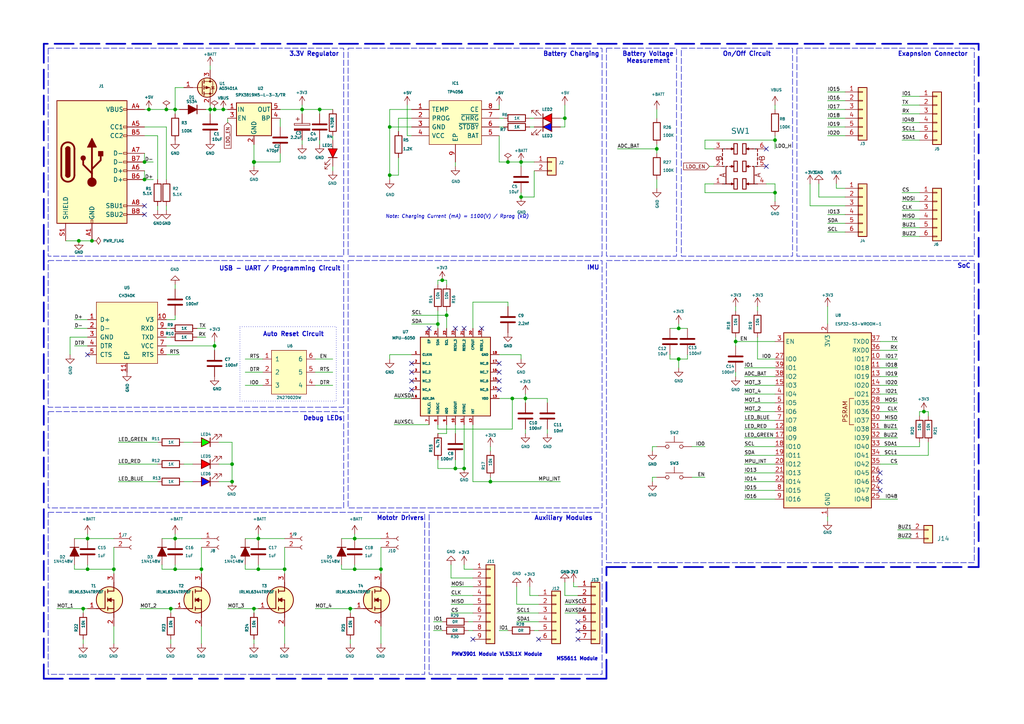
<source format=kicad_sch>
(kicad_sch (version 20250114) (generator "eeschema") (generator_version "9.0")
  (paper "A4")
  (title_block (title "LightWing") (date "2024-10-18") (rev "2.1.4") (company "Jobit Joseph  Semicon Media"))
  (rectangle (start 197.612 13.97) (end 229.87 74.295) (stroke (width 0) (type dash)))
  (rectangle (start 231.14 13.97) (end 282.575 74.295) (stroke (width 0) (type dash)))
  (rectangle (start 100.965 13.97) (end 174.625 74.295) (stroke (width 0) (type dash)))
  (rectangle (start 13.97 75.565) (end 99.695 118.11) (stroke (width 0) (type dash)))
  (rectangle (start 13.97 148.59) (end 123.19 195.58) (stroke (width 0) (type dash)))
  (rectangle (start 69.596 94.742) (end 97.536 116.332) (stroke (width 0) (type dot)))
  (rectangle (start 175.895 13.97) (end 196.215 74.295) (stroke (width 0) (type dash)))
  (rectangle (start 124.46 148.59) (end 174.625 195.58) (stroke (width 0) (type dash)))
  (rectangle (start 100.965 75.565) (end 174.625 147.32) (stroke (width 0) (type dash)))
  (rectangle (start 13.97 119.38) (end 99.695 147.32) (stroke (width 0) (type dash)))
  (rectangle (start 175.895 75.565) (end 282.575 163.195) (stroke (width 0) (type dash)))
  (rectangle (start 13.97 13.97) (end 99.695 74.295) (stroke (width 0) (type dash)))
  (text "Note: Charging Current (mA) = 1100(V) / Rprog (kΩ)" (at 111.76 63.5 0) (effects (font (size 1 1) (italic yes)) (justify left bottom)))
  (text "IMU" (at 170.18 78.486 0) (effects (font (size 1.27 1.27) (thickness 0.254) (bold yes)) (justify left bottom)))
  (text "VL53L1X Module" (at 144.78 190.5 0) (effects (font (size 1 1) (thickness 0.254) (bold yes)) (justify left bottom)))
  (text "Debug LEDs" (at 87.884 122.174 0) (effects (font (size 1.27 1.27) (thickness 0.254) (bold yes)) (justify left bottom)))
  (text "Battery Charging" (at 157.48 16.51 0) (effects (font (size 1.27 1.27) (thickness 0.254) (bold yes)) (justify left bottom)))
  (text "3.3V Regulator" (at 83.82 16.51 0) (effects (font (size 1.27 1.27) (thickness 0.254) (bold yes)) (justify left bottom)))
  (text "Battery Voltage\nMeasurement" (at 187.96 18.542 0) (effects (font (size 1.27 1.27) (thickness 0.254) (bold yes)) (justify bottom)))
  (text "Auto Reset Circuit" (at 76.2 97.79 0) (effects (font (size 1.27 1.27) (thickness 0.254) (bold yes)) (justify left bottom)))
  (text "USB - UART / Programming Circuit" (at 63.5 78.74 0) (effects (font (size 1.27 1.27) (thickness 0.254) (bold yes)) (justify left bottom)))
  (text "SoC" (at 277.622 77.978 0) (effects (font (size 1.27 1.27) (thickness 0.254) (bold yes)) (justify left bottom)))
  (text "Mototr Drivers" (at 109.22 151.13 0) (effects (font (size 1.27 1.27) (thickness 0.254) (bold yes)) (justify left bottom)))
  (text "MS5611 Module" (at 161.29 191.77 0) (effects (font (size 1 1) (thickness 0.254) (bold yes)) (justify left bottom)))
  (text "Exapnsion Connector" (at 260.35 16.51 0) (effects (font (size 1.27 1.27) (thickness 0.254) (bold yes)) (justify left bottom)))
  (text "Auxiliary Modules" (at 154.94 151.13 0) (effects (font (size 1.27 1.27) (thickness 0.254) (bold yes)) (justify left bottom)))
  (text "On/Off Circuit" (at 209.55 16.51 0) (effects (font (size 1.27 1.27) (thickness 0.254) (bold yes)) (justify left bottom)))
  (text "PMW3901 Module" (at 130.81 190.5 0) (effects (font (size 1 1) (thickness 0.254) (bold yes)) (justify left bottom)))
  (junction (at 102.87 156.21))
  (junction (at 64.77 31.75))
  (junction (at 102.87 165.1))
  (junction (at 110.49 165.1))
  (junction (at 49.53 176.53))
  (junction (at 113.03 36.83))
  (junction (at 163.83 34.29))
  (junction (at 24.13 176.53))
  (junction (at 92.71 31.75))
  (junction (at 151.13 46.99))
  (junction (at 148.59 115.57))
  (junction (at 41.91 46.99))
  (junction (at 267.97 119.38))
  (junction (at 48.26 31.75))
  (junction (at 101.6 176.53))
  (junction (at 22.86 69.85))
  (junction (at 50.8 165.1))
  (junction (at 67.31 139.7))
  (junction (at 196.85 104.14))
  (junction (at 33.02 165.1))
  (junction (at 129.54 91.44))
  (junction (at 60.96 31.75))
  (junction (at 62.23 31.75))
  (junction (at 26.67 69.85))
  (junction (at 113.03 50.8))
  (junction (at 73.66 176.53))
  (junction (at 128.27 81.28))
  (junction (at 74.93 165.1))
  (junction (at 25.4 165.1))
  (junction (at 224.79 55.88))
  (junction (at 142.24 139.7))
  (junction (at 62.23 100.33))
  (junction (at 25.4 156.21))
  (junction (at 196.85 95.25))
  (junction (at 82.55 165.1))
  (junction (at 43.18 31.75))
  (junction (at 224.79 40.64))
  (junction (at 127 93.98))
  (junction (at 190.5 43.18))
  (junction (at 134.62 135.89))
  (junction (at 73.66 46.99) (diameter 1.016))
  (junction (at 74.93 156.21))
  (junction (at 132.08 135.89))
  (junction (at 58.42 165.1))
  (junction (at 50.8 31.75))
  (junction (at 213.36 99.06))
  (junction (at 41.91 52.07))
  (junction (at 50.8 156.21))
  (junction (at 87.63 31.75))
  (junction (at 151.13 57.15))
  (junction (at 152.4 115.57))
  (junction (at 147.32 46.99))
  (junction (at 67.31 134.62))
  (no_connect (at 167.64 180.34))
  (no_connect (at 167.64 185.42))
  (no_connect (at 134.62 95.25))
  (no_connect (at 255.27 137.16))
  (no_connect (at 139.7 95.25))
  (no_connect (at 144.78 110.49))
  (no_connect (at 119.38 110.49))
  (no_connect (at 41.91 59.69))
  (no_connect (at 144.78 113.03))
  (no_connect (at 222.25 48.26))
  (no_connect (at 41.91 62.23))
  (no_connect (at 25.4 102.87))
  (no_connect (at 144.78 107.95))
  (no_connect (at 119.38 113.03))
  (no_connect (at 144.78 105.41))
  (no_connect (at 137.16 185.42))
  (no_connect (at 255.27 139.7))
  (no_connect (at 124.46 95.25))
  (no_connect (at 132.08 95.25))
  (no_connect (at 167.64 182.88))
  (no_connect (at 222.25 43.18))
  (no_connect (at 119.38 107.95))
  (no_connect (at 156.21 185.42))
  (no_connect (at 119.38 105.41))
  (no_connect (at 255.27 142.24))
  (wire (pts (xy 137.16 95.25) (xy 137.16 87.63)))
  (wire (pts (xy 240.03 26.67) (xy 245.11 26.67)))
  (wire (pts (xy 190.5 54.61) (xy 190.5 52.07)))
  (wire (pts (xy 152.4 124.46) (xy 152.4 125.73)))
  (wire (pts (xy 81.28 36.83) (xy 81.28 34.29)))
  (wire (pts (xy 196.85 104.14) (xy 196.85 106.68)))
  (wire (pts (xy 260.35 101.6) (xy 255.27 101.6)))
  (wire (pts (xy 137.16 87.63) (xy 147.32 87.63)))
  (wire (pts (xy 213.36 88.9) (xy 213.36 90.17)))
  (polyline (pts (xy 175.895 164.465) (xy 283.845 164.465)) (stroke (width 0.5) (type dash)))
  (wire (pts (xy 118.11 30.48) (xy 118.11 39.37)))
  (wire (pts (xy 115.57 34.29) (xy 119.38 34.29)))
  (wire (pts (xy 19.05 69.85) (xy 22.86 69.85)))
  (wire (pts (xy 25.4 165.1) (xy 21.59 165.1)))
  (wire (pts (xy 132.08 133.35) (xy 132.08 135.89)))
  (wire (pts (xy 50.8 31.75) (xy 50.8 33.02)))
  (wire (pts (xy 224.79 39.37) (xy 224.79 40.64)))
  (wire (pts (xy 43.18 31.75) (xy 48.26 31.75)))
  (wire (pts (xy 261.62 60.96) (xy 266.7 60.96)))
  (wire (pts (xy 213.36 100.33) (xy 213.36 99.06)))
  (wire (pts (xy 59.69 31.75) (xy 60.96 31.75)))
  (wire (pts (xy 149.86 170.18) (xy 149.86 175.26)))
  (wire (pts (xy 91.44 111.76) (xy 96.52 111.76)))
  (wire (pts (xy 260.35 156.21) (xy 264.16 156.21)))
  (wire (pts (xy 144.78 34.29) (xy 146.05 34.29)))
  (wire (pts (xy 190.5 31.75) (xy 190.5 34.29)))
  (wire (pts (xy 102.87 156.21) (xy 99.06 156.21)))
  (wire (pts (xy 59.69 97.79) (xy 57.15 97.79)))
  (wire (pts (xy 255.27 132.08) (xy 269.24 132.08)))
  (wire (pts (xy 163.83 30.48) (xy 163.83 34.29)))
  (wire (pts (xy 16.51 176.53) (xy 24.13 176.53)))
  (wire (pts (xy 240.03 151.13) (xy 240.03 149.86)))
  (wire (pts (xy 144.78 36.83) (xy 146.05 36.83)))
  (wire (pts (xy 127 93.98) (xy 127 95.25)))
  (wire (pts (xy 50.8 165.1) (xy 46.99 165.1)))
  (wire (pts (xy 156.21 172.72) (xy 153.67 172.72)))
  (wire (pts (xy 125.73 180.34) (xy 128.27 180.34)))
  (wire (pts (xy 129.54 81.28) (xy 128.27 81.28)))
  (wire (pts (xy 134.62 123.19) (xy 134.62 135.89)))
  (wire (pts (xy 45.72 139.7) (xy 34.29 139.7)))
  (wire (pts (xy 41.91 31.75) (xy 43.18 31.75)))
  (wire (pts (xy 113.03 31.75) (xy 113.03 36.83)))
  (wire (pts (xy 215.9 129.54) (xy 224.79 129.54)))
  (wire (pts (xy 40.64 176.53) (xy 49.53 176.53)))
  (wire (pts (xy 81.28 46.99) (xy 73.66 46.99)))
  (wire (pts (xy 261.62 68.58) (xy 266.7 68.58)))
  (wire (pts (xy 127 81.28) (xy 128.27 81.28)))
  (wire (pts (xy 127 133.35) (xy 127 135.89)))
  (wire (pts (xy 240.03 39.37) (xy 245.11 39.37)))
  (wire (pts (xy 48.26 95.25) (xy 49.53 95.25)))
  (wire (pts (xy 62.23 100.33) (xy 62.23 101.6)))
  (wire (pts (xy 269.24 120.65) (xy 269.24 119.38)))
  (wire (pts (xy 87.63 31.75) (xy 92.71 31.75)))
  (wire (pts (xy 224.79 30.48) (xy 224.79 31.75)))
  (wire (pts (xy 149.86 180.34) (xy 156.21 180.34)))
  (wire (pts (xy 144.78 115.57) (xy 148.59 115.57)))
  (wire (pts (xy 242.57 54.61) (xy 242.57 53.34)))
  (wire (pts (xy 151.13 46.99) (xy 154.94 46.99)))
  (wire (pts (xy 204.47 55.88) (xy 224.79 55.88)))
  (wire (pts (xy 25.4 95.25) (xy 21.59 95.25)))
  (wire (pts (xy 96.52 48.26) (xy 96.52 49.53)))
  (wire (pts (xy 50.8 25.4) (xy 50.8 31.75)))
  (wire (pts (xy 125.73 182.88) (xy 128.27 182.88)))
  (wire (pts (xy 137.16 167.64) (xy 130.81 167.64)))
  (wire (pts (xy 33.02 158.75) (xy 33.02 165.1)))
  (wire (pts (xy 127 90.17) (xy 127 93.98)))
  (wire (pts (xy 190.5 41.91) (xy 190.5 43.18)))
  (wire (pts (xy 240.03 88.9) (xy 240.03 93.98)))
  (wire (pts (xy 102.87 176.53) (xy 101.6 176.53)))
  (wire (pts (xy 113.03 102.87) (xy 113.03 104.14)))
  (wire (pts (xy 73.66 186.69) (xy 73.66 185.42)))
  (wire (pts (xy 204.47 129.54) (xy 200.66 129.54)))
  (wire (pts (xy 266.7 120.65) (xy 266.7 119.38)))
  (wire (pts (xy 215.9 119.38) (xy 224.79 119.38)))
  (wire (pts (xy 58.42 186.69) (xy 58.42 181.61)))
  (wire (pts (xy 153.67 34.29) (xy 154.94 34.29)))
  (wire (pts (xy 41.91 46.99) (xy 44.45 46.99)))
  (wire (pts (xy 87.63 30.48) (xy 87.63 31.75)))
  (wire (pts (xy 151.13 57.15) (xy 151.13 55.88)))
  (wire (pts (xy 50.8 91.44) (xy 50.8 92.71)))
  (wire (pts (xy 261.62 27.94) (xy 266.7 27.94)))
  (wire (pts (xy 87.63 40.64) (xy 87.63 41.91)))
  (wire (pts (xy 74.93 156.21) (xy 82.55 156.21)))
  (wire (pts (xy 261.62 30.48) (xy 266.7 30.48)))
  (wire (pts (xy 129.54 123.19) (xy 129.54 125.73)))
  (wire (pts (xy 154.94 182.88) (xy 156.21 182.88)))
  (wire (pts (xy 115.57 45.72) (xy 115.57 50.8)))
  (wire (pts (xy 207.01 43.18) (xy 204.47 43.18)))
  (wire (pts (xy 142.24 130.81) (xy 142.24 129.54)))
  (wire (pts (xy 53.34 25.4) (xy 50.8 25.4)))
  (wire (pts (xy 255.27 129.54) (xy 266.7 129.54)))
  (wire (pts (xy 25.4 154.94) (xy 25.4 156.21)))
  (wire (pts (xy 58.42 165.1) (xy 58.42 166.37)))
  (wire (pts (xy 260.35 134.62) (xy 255.27 134.62)))
  (wire (pts (xy 144.78 39.37) (xy 144.78 46.99)))
  (polyline (pts (xy 283.845 164.465) (xy 283.845 12.7)) (stroke (width 0.5) (type dash)))
  (wire (pts (xy 215.9 114.3) (xy 224.79 114.3)))
  (wire (pts (xy 64.77 31.75) (xy 66.04 31.75)))
  (wire (pts (xy 269.24 119.38) (xy 267.97 119.38)))
  (wire (pts (xy 144.78 46.99) (xy 147.32 46.99)))
  (wire (pts (xy 50.8 156.21) (xy 46.99 156.21)))
  (wire (pts (xy 110.49 156.21) (xy 102.87 156.21)))
  (wire (pts (xy 113.03 50.8) (xy 113.03 52.07)))
  (wire (pts (xy 260.35 121.92) (xy 255.27 121.92)))
  (wire (pts (xy 66.04 176.53) (xy 73.66 176.53)))
  (wire (pts (xy 119.38 36.83) (xy 113.03 36.83)))
  (wire (pts (xy 189.23 138.43) (xy 190.5 138.43)))
  (wire (pts (xy 260.35 144.78) (xy 255.27 144.78)))
  (wire (pts (xy 158.75 125.73) (xy 158.75 124.46)))
  (wire (pts (xy 25.4 163.83) (xy 25.4 165.1)))
  (wire (pts (xy 154.94 49.53) (xy 154.94 57.15)))
  (wire (pts (xy 53.34 128.27) (xy 55.88 128.27)))
  (wire (pts (xy 92.71 40.64) (xy 92.71 41.91)))
  (wire (pts (xy 204.47 43.18) (xy 204.47 40.64)))
  (wire (pts (xy 21.59 165.1) (xy 21.59 163.83)))
  (wire (pts (xy 87.63 31.75) (xy 87.63 33.02)))
  (wire (pts (xy 41.91 36.83) (xy 48.26 36.83)))
  (wire (pts (xy 224.79 40.64) (xy 224.79 43.18)))
  (wire (pts (xy 110.49 165.1) (xy 110.49 166.37)))
  (wire (pts (xy 48.26 97.79) (xy 49.53 97.79)))
  (wire (pts (xy 24.13 176.53) (xy 24.13 177.8)))
  (wire (pts (xy 115.57 50.8) (xy 113.03 50.8)))
  (wire (pts (xy 237.49 57.15) (xy 245.11 57.15)))
  (wire (pts (xy 196.85 93.98) (xy 196.85 95.25)))
  (wire (pts (xy 33.02 165.1) (xy 25.4 165.1)))
  (wire (pts (xy 67.31 128.27) (xy 67.31 134.62)))
  (wire (pts (xy 81.28 44.45) (xy 81.28 46.99)))
  (wire (pts (xy 215.9 109.22) (xy 224.79 109.22)))
  (wire (pts (xy 73.66 176.53) (xy 73.66 177.8)))
  (wire (pts (xy 53.34 134.62) (xy 55.88 134.62)))
  (wire (pts (xy 45.72 39.37) (xy 45.72 52.07)))
  (wire (pts (xy 240.03 67.31) (xy 245.11 67.31)))
  (wire (pts (xy 240.03 31.75) (xy 245.11 31.75)))
  (wire (pts (xy 189.23 139.7) (xy 189.23 138.43)))
  (wire (pts (xy 50.8 176.53) (xy 49.53 176.53)))
  (wire (pts (xy 240.03 34.29) (xy 245.11 34.29)))
  (wire (pts (xy 25.4 97.79) (xy 20.32 97.79)))
  (wire (pts (xy 130.81 167.64) (xy 130.81 163.83)))
  (wire (pts (xy 91.44 107.95) (xy 96.52 107.95)))
  (wire (pts (xy 152.4 114.3) (xy 152.4 115.57)))
  (wire (pts (xy 81.28 31.75) (xy 87.63 31.75)))
  (wire (pts (xy 215.9 134.62) (xy 224.79 134.62)))
  (wire (pts (xy 260.35 119.38) (xy 255.27 119.38)))
  (wire (pts (xy 189.23 129.54) (xy 190.5 129.54)))
  (wire (pts (xy 147.32 46.99) (xy 151.13 46.99)))
  (wire (pts (xy 219.71 88.9) (xy 219.71 90.17)))
  (wire (pts (xy 41.91 39.37) (xy 45.72 39.37)))
  (wire (pts (xy 260.35 99.06) (xy 255.27 99.06)))
  (wire (pts (xy 74.93 154.94) (xy 74.93 156.21)))
  (wire (pts (xy 127 135.89) (xy 132.08 135.89)))
  (wire (pts (xy 76.2 107.95) (xy 71.12 107.95)))
  (wire (pts (xy 115.57 38.1) (xy 115.57 34.29)))
  (wire (pts (xy 149.86 175.26) (xy 156.21 175.26)))
  (wire (pts (xy 60.96 31.75) (xy 60.96 33.02)))
  (wire (pts (xy 151.13 104.14) (xy 151.13 102.87)))
  (wire (pts (xy 49.53 186.69) (xy 49.53 185.42)))
  (wire (pts (xy 91.44 176.53) (xy 101.6 176.53)))
  (wire (pts (xy 63.5 139.7) (xy 67.31 139.7)))
  (wire (pts (xy 204.47 53.34) (xy 204.47 55.88)))
  (wire (pts (xy 142.24 138.43) (xy 142.24 139.7)))
  (wire (pts (xy 215.9 132.08) (xy 224.79 132.08)))
  (wire (pts (xy 96.52 39.37) (xy 96.52 40.64)))
  (wire (pts (xy 48.26 31.75) (xy 50.8 31.75)))
  (wire (pts (xy 74.93 156.21) (xy 71.12 156.21)))
  (wire (pts (xy 154.94 57.15) (xy 151.13 57.15)))
  (wire (pts (xy 110.49 158.75) (xy 110.49 165.1)))
  (wire (pts (xy 130.81 177.8) (xy 137.16 177.8)))
  (wire (pts (xy 261.62 63.5) (xy 266.7 63.5)))
  (wire (pts (xy 135.89 182.88) (xy 137.16 182.88)))
  (wire (pts (xy 135.89 180.34) (xy 137.16 180.34)))
  (wire (pts (xy 163.83 172.72) (xy 163.83 168.91)))
  (wire (pts (xy 261.62 33.02) (xy 266.7 33.02)))
  (wire (pts (xy 163.83 177.8) (xy 167.64 177.8)))
  (wire (pts (xy 237.49 57.15) (xy 237.49 53.34)))
  (wire (pts (xy 48.26 100.33) (xy 62.23 100.33)))
  (wire (pts (xy 101.6 186.69) (xy 101.6 185.42)))
  (wire (pts (xy 240.03 62.23) (xy 245.11 62.23)))
  (wire (pts (xy 50.8 163.83) (xy 50.8 165.1)))
  (wire (pts (xy 129.54 82.55) (xy 129.54 81.28)))
  (wire (pts (xy 48.26 60.96) (xy 48.26 59.69)))
  (wire (pts (xy 207.01 53.34) (xy 204.47 53.34)))
  (wire (pts (xy 190.5 43.18) (xy 190.5 44.45)))
  (wire (pts (xy 261.62 40.64) (xy 266.7 40.64)))
  (wire (pts (xy 49.53 176.53) (xy 49.53 177.8)))
  (wire (pts (xy 266.7 119.38) (xy 267.97 119.38)))
  (wire (pts (xy 132.08 135.89) (xy 134.62 135.89)))
  (wire (pts (xy 215.9 137.16) (xy 224.79 137.16)))
  (wire (pts (xy 73.66 46.99) (xy 73.66 48.26)))
  (wire (pts (xy 148.59 124.46) (xy 148.59 115.57)))
  (wire (pts (xy 113.03 36.83) (xy 113.03 50.8)))
  (wire (pts (xy 119.38 93.98) (xy 127 93.98)))
  (wire (pts (xy 41.91 52.07) (xy 44.45 52.07)))
  (wire (pts (xy 46.99 165.1) (xy 46.99 163.83)))
  (wire (pts (xy 82.55 165.1) (xy 74.93 165.1)))
  (wire (pts (xy 234.95 59.69) (xy 234.95 53.34)))
  (wire (pts (xy 25.4 100.33) (xy 21.59 100.33)))
  (wire (pts (xy 261.62 55.88) (xy 266.7 55.88)))
  (wire (pts (xy 142.24 139.7) (xy 162.56 139.7)))
  (wire (pts (xy 25.4 156.21) (xy 33.02 156.21)))
  (wire (pts (xy 48.26 102.87) (xy 52.07 102.87)))
  (wire (pts (xy 50.8 83.82) (xy 50.8 82.55)))
  (wire (pts (xy 48.26 92.71) (xy 50.8 92.71)))
  (wire (pts (xy 215.9 106.68) (xy 224.79 106.68)))
  (wire (pts (xy 62.23 31.75) (xy 64.77 31.75)))
  (wire (pts (xy 260.35 116.84) (xy 255.27 116.84)))
  (wire (pts (xy 50.8 31.75) (xy 52.07 31.75)))
  (wire (pts (xy 82.55 165.1) (xy 82.55 166.37)))
  (wire (pts (xy 132.08 123.19) (xy 132.08 125.73)))
  (wire (pts (xy 48.26 36.83) (xy 48.26 52.07)))
  (wire (pts (xy 215.9 124.46) (xy 224.79 124.46)))
  (wire (pts (xy 234.95 59.69) (xy 245.11 59.69)))
  (wire (pts (xy 33.02 186.69) (xy 33.02 181.61)))
  (wire (pts (xy 167.64 170.18) (xy 166.37 170.18)))
  (wire (pts (xy 127 125.73) (xy 129.54 125.73)))
  (wire (pts (xy 266.7 128.27) (xy 266.7 129.54)))
  (wire (pts (xy 158.75 115.57) (xy 152.4 115.57)))
  (wire (pts (xy 53.34 139.7) (xy 55.88 139.7)))
  (wire (pts (xy 45.72 134.62) (xy 34.29 134.62)))
  (wire (pts (xy 92.71 31.75) (xy 96.52 31.75)))
  (wire (pts (xy 261.62 58.42) (xy 266.7 58.42)))
  (wire (pts (xy 144.78 182.88) (xy 147.32 182.88)))
  (wire (pts (xy 137.16 123.19) (xy 137.16 139.7)))
  (wire (pts (xy 224.79 53.34) (xy 224.79 55.88)))
  (wire (pts (xy 25.4 92.71) (xy 21.59 92.71)))
  (wire (pts (xy 102.87 163.83) (xy 102.87 165.1)))
  (wire (pts (xy 76.2 104.14) (xy 71.12 104.14)))
  (wire (pts (xy 110.49 165.1) (xy 102.87 165.1)))
  (wire (pts (xy 215.9 144.78) (xy 224.79 144.78)))
  (wire (pts (xy 240.03 29.21) (xy 245.11 29.21)))
  (wire (pts (xy 73.66 41.91) (xy 73.66 46.99)))
  (wire (pts (xy 130.81 175.26) (xy 137.16 175.26)))
  (wire (pts (xy 148.59 115.57) (xy 152.4 115.57)))
  (wire (pts (xy 119.38 102.87) (xy 113.03 102.87)))
  (wire (pts (xy 204.47 40.64) (xy 224.79 40.64)))
  (wire (pts (xy 60.96 30.48) (xy 60.96 31.75)))
  (polyline (pts (xy 12.7 12.7) (xy 12.7 196.85)) (stroke (width 0.5) (type dash)))
  (wire (pts (xy 20.32 97.79) (xy 20.32 102.87)))
  (wire (pts (xy 114.3 123.19) (xy 124.46 123.19)))
  (wire (pts (xy 147.32 87.63) (xy 147.32 88.9)))
  (wire (pts (xy 189.23 130.81) (xy 189.23 129.54)))
  (wire (pts (xy 144.78 30.48) (xy 144.78 31.75)))
  (wire (pts (xy 260.35 114.3) (xy 255.27 114.3)))
  (wire (pts (xy 153.67 36.83) (xy 154.94 36.83)))
  (wire (pts (xy 196.85 95.25) (xy 199.39 95.25)))
  (wire (pts (xy 196.85 104.14) (xy 199.39 104.14)))
  (wire (pts (xy 260.35 104.14) (xy 255.27 104.14)))
  (wire (pts (xy 91.44 104.14) (xy 96.52 104.14)))
  (wire (pts (xy 215.9 142.24) (xy 224.79 142.24)))
  (wire (pts (xy 158.75 116.84) (xy 158.75 115.57)))
  (wire (pts (xy 222.25 53.34) (xy 224.79 53.34)))
  (wire (pts (xy 62.23 99.06) (xy 62.23 100.33)))
  (wire (pts (xy 57.15 95.25) (xy 59.69 95.25)))
  (wire (pts (xy 110.49 186.69) (xy 110.49 181.61)))
  (wire (pts (xy 67.31 134.62) (xy 67.31 139.7)))
  (wire (pts (xy 194.31 104.14) (xy 196.85 104.14)))
  (wire (pts (xy 215.9 139.7) (xy 224.79 139.7)))
  (wire (pts (xy 215.9 116.84) (xy 224.79 116.84)))
  (wire (pts (xy 137.16 139.7) (xy 142.24 139.7)))
  (wire (pts (xy 74.93 163.83) (xy 74.93 165.1)))
  (wire (pts (xy 167.64 172.72) (xy 163.83 172.72)))
  (wire (pts (xy 162.56 36.83) (xy 163.83 36.83)))
  (wire (pts (xy 162.56 34.29) (xy 163.83 34.29)))
  (wire (pts (xy 207.01 48.26) (xy 205.74 48.26)))
  (wire (pts (xy 101.6 176.53) (xy 101.6 177.8)))
  (wire (pts (xy 152.4 115.57) (xy 152.4 116.84)))
  (wire (pts (xy 260.35 124.46) (xy 255.27 124.46)))
  (wire (pts (xy 215.9 111.76) (xy 224.79 111.76)))
  (wire (pts (xy 41.91 44.45) (xy 41.91 46.99)))
  (wire (pts (xy 33.02 165.1) (xy 33.02 166.37)))
  (polyline (pts (xy 175.895 196.85) (xy 175.895 164.465)) (stroke (width 0.5) (type dash)))
  (wire (pts (xy 224.79 104.14) (xy 219.71 104.14)))
  (wire (pts (xy 261.62 35.56) (xy 266.7 35.56)))
  (wire (pts (xy 63.5 128.27) (xy 67.31 128.27)))
  (wire (pts (xy 240.03 64.77) (xy 245.11 64.77)))
  (wire (pts (xy 260.35 111.76) (xy 255.27 111.76)))
  (polyline (pts (xy 283.845 12.7) (xy 12.7 12.7)) (stroke (width 0.5) (type dash)))
  (wire (pts (xy 194.31 95.25) (xy 196.85 95.25)))
  (polyline (pts (xy 12.7 196.85) (xy 175.895 196.85)) (stroke (width 0.5) (type dash)))
  (wire (pts (xy 163.83 34.29) (xy 163.83 36.83)))
  (wire (pts (xy 269.24 128.27) (xy 269.24 132.08)))
  (wire (pts (xy 163.83 175.26) (xy 167.64 175.26)))
  (wire (pts (xy 99.06 165.1) (xy 99.06 163.83)))
  (wire (pts (xy 45.72 60.96) (xy 45.72 59.69)))
  (wire (pts (xy 132.08 48.26) (xy 132.08 46.99)))
  (wire (pts (xy 179.07 43.18) (xy 190.5 43.18)))
  (wire (pts (xy 60.96 19.05) (xy 60.96 20.32)))
  (wire (pts (xy 63.5 134.62) (xy 67.31 134.62)))
  (wire (pts (xy 194.31 102.87) (xy 194.31 104.14)))
  (wire (pts (xy 58.42 156.21) (xy 50.8 156.21)))
  (wire (pts (xy 213.36 107.95) (xy 213.36 109.22)))
  (wire (pts (xy 130.81 172.72) (xy 137.16 172.72)))
  (wire (pts (xy 82.55 158.75) (xy 82.55 165.1)))
  (wire (pts (xy 26.67 69.85) (xy 22.86 69.85)))
  (wire (pts (xy 151.13 102.87) (xy 144.78 102.87)))
  (wire (pts (xy 260.35 127) (xy 255.27 127)))
  (wire (pts (xy 137.16 165.1) (xy 134.62 165.1)))
  (wire (pts (xy 102.87 154.94) (xy 102.87 156.21)))
  (wire (pts (xy 129.54 90.17) (xy 129.54 91.44)))
  (wire (pts (xy 58.42 158.75) (xy 58.42 165.1)))
  (wire (pts (xy 153.67 172.72) (xy 153.67 170.18)))
  (wire (pts (xy 149.86 177.8) (xy 156.21 177.8)))
  (wire (pts (xy 24.13 186.69) (xy 24.13 185.42)))
  (wire (pts (xy 92.71 33.02) (xy 92.71 31.75)))
  (wire (pts (xy 25.4 176.53) (xy 24.13 176.53)))
  (wire (pts (xy 260.35 109.22) (xy 255.27 109.22)))
  (wire (pts (xy 74.93 176.53) (xy 73.66 176.53)))
  (wire (pts (xy 260.35 153.67) (xy 264.16 153.67)))
  (wire (pts (xy 213.36 99.06) (xy 213.36 97.79)))
  (wire (pts (xy 74.93 165.1) (xy 71.12 165.1)))
  (wire (pts (xy 213.36 99.06) (xy 224.79 99.06)))
  (wire (pts (xy 114.3 115.57) (xy 119.38 115.57)))
  (wire (pts (xy 50.8 154.94) (xy 50.8 156.21)))
  (wire (pts (xy 224.79 55.88) (xy 224.79 58.42)))
  (wire (pts (xy 21.59 156.21) (xy 25.4 156.21)))
  (wire (pts (xy 151.13 46.99) (xy 151.13 48.26)))
  (wire (pts (xy 127 124.46) (xy 127 123.19)))
  (wire (pts (xy 130.81 170.18) (xy 137.16 170.18)))
  (wire (pts (xy 58.42 165.1) (xy 50.8 165.1)))
  (wire (pts (xy 71.12 165.1) (xy 71.12 163.83)))
  (wire (pts (xy 119.38 31.75) (xy 113.03 31.75)))
  (wire (pts (xy 82.55 186.69) (xy 82.55 181.61)))
  (wire (pts (xy 242.57 54.61) (xy 245.11 54.61)))
  (wire (pts (xy 60.96 31.75) (xy 62.23 31.75)))
  (wire (pts (xy 215.9 127) (xy 224.79 127)))
  (wire (pts (xy 129.54 95.25) (xy 129.54 91.44)))
  (wire (pts (xy 204.47 138.43) (xy 200.66 138.43)))
  (wire (pts (xy 45.72 128.27) (xy 34.29 128.27)))
  (wire (pts (xy 66.04 35.56) (xy 66.04 34.29)))
  (wire (pts (xy 119.38 91.44) (xy 129.54 91.44)))
  (wire (pts (xy 127 82.55) (xy 127 81.28)))
  (wire (pts (xy 134.62 165.1) (xy 134.62 163.83)))
  (wire (pts (xy 102.87 165.1) (xy 99.06 165.1)))
  (wire (pts (xy 166.37 170.18) (xy 166.37 168.91)))
  (wire (pts (xy 260.35 106.68) (xy 255.27 106.68)))
  (wire (pts (xy 199.39 104.14) (xy 199.39 102.87)))
  (wire (pts (xy 119.38 39.37) (xy 118.11 39.37)))
  (wire (pts (xy 76.2 111.76) (xy 71.12 111.76)))
  (wire (pts (xy 215.9 121.92) (xy 224.79 121.92)))
  (wire (pts (xy 240.03 36.83) (xy 245.11 36.83)))
  (wire (pts (xy 219.71 97.79) (xy 219.71 104.14)))
  (wire (pts (xy 261.62 38.1) (xy 266.7 38.1)))
  (wire (pts (xy 127 124.46) (xy 148.59 124.46)))
  (wire (pts (xy 261.62 66.04) (xy 266.7 66.04)))
  (wire (pts (xy 41.91 49.53) (xy 41.91 52.07)))
  (label "DTR" (at 92.71 111.76 0) (effects (font (size 1 1))))
  (label "AUXSDA" (at 163.83 177.8 0) (effects (font (size 1 1))))
  (label "IO17" (at 260.35 104.14 180) (effects (font (size 1 1))))
  (label "IO48" (at 261.62 35.56 0) (effects (font (size 1 1))))
  (label "SCL1" (at 260.35 132.08 180) (effects (font (size 1 1))))
  (label "AUXSDA" (at 114.3 115.57 0) (effects (font (size 1 1))))
  (label "MOT_2" (at 40.64 176.53 0) (effects (font (size 1 1))))
  (label "LDO_H" (at 224.79 43.18 0) (effects (font (size 1 1))))
  (label "IO19" (at 240.03 36.83 0) (effects (font (size 1 1))))
  (label "LED_GREEN" (at 34.29 128.27 0) (effects (font (size 1 1))))
  (label "CS" (at 130.81 177.8 0) (effects (font (size 1 1))))
  (label "MOSI" (at 130.81 170.18 0) (effects (font (size 1 1))))
  (label "EN" (at 214.63 99.06 0) (effects (font (size 1 1))))
  (label "CS" (at 261.62 55.88 0) (effects (font (size 1 1))))
  (label "BUZ1" (at 260.35 124.46 180) (effects (font (size 1 1))))
  (label "SCL" (at 215.9 129.54 0) (effects (font (size 1 1))))
  (label "SDA" (at 119.38 93.98 0) (effects (font (size 1 1))))
  (label "IO1" (at 125.73 182.88 0) (effects (font (size 1 1))))
  (label "IO15" (at 240.03 26.67 0) (effects (font (size 1 1))))
  (label "AUXSCL" (at 163.83 175.26 0) (effects (font (size 1 1))))
  (label "CS" (at 260.35 134.62 180) (effects (font (size 1 1))))
  (label "SDA1" (at 260.35 129.54 180) (effects (font (size 1 1))))
  (label "IO17" (at 240.03 31.75 0) (effects (font (size 1 1))))
  (label "MISO" (at 130.81 175.26 0) (effects (font (size 1 1))))
  (label "IO20" (at 240.03 39.37 0) (effects (font (size 1 1))))
  (label "TX" (at 261.62 30.48 0) (effects (font (size 1 1))))
  (label "BUZ2" (at 260.35 127 180) (effects (font (size 1 1))))
  (label "MOT_1" (at 215.9 116.84 0) (effects (font (size 1 1))))
  (label "CLK" (at 130.81 172.72 0) (effects (font (size 1 1))))
  (label "EN" (at 204.47 138.43 180) (effects (font (size 1 1))))
  (label "LED_GREEN" (at 215.9 127 0) (effects (font (size 1 1))))
  (label "RX" (at 59.69 97.79 180) (effects (font (size 1 1))))
  (label "MOSI" (at 260.35 116.84 180) (effects (font (size 1 1))))
  (label "LED_BLUE" (at 215.9 121.92 0) (effects (font (size 1 1))))
  (label "ADC_BAT" (at 215.9 109.22 0) (effects (font (size 1 1))))
  (label "RTS" (at 92.71 107.95 0) (effects (font (size 1 1))))
  (label "CLK" (at 260.35 119.38 180) (effects (font (size 1 1))))
  (label "ADC_BAT" (at 179.07 43.18 0) (effects (font (size 1 1))))
  (label "SCL1" (at 149.86 177.8 0) (effects (font (size 1 1))))
  (label "D-" (at 21.59 95.25 0) (effects (font (size 1 1))))
  (label "SCL" (at 119.38 91.44 0) (effects (font (size 1 1))))
  (label "IO13" (at 240.03 62.23 0) (effects (font (size 1 1))))
  (label "IO19" (at 260.35 109.22 180) (effects (font (size 1 1))))
  (label "AUXSCL" (at 114.3 123.19 0) (effects (font (size 1 1))))
  (label "IO0" (at 220.98 104.14 0) (effects (font (size 1 1))))
  (label "IO16" (at 215.9 144.78 0) (effects (font (size 1 1))))
  (label "TX" (at 59.69 95.25 180) (effects (font (size 1 1))))
  (label "DTR" (at 21.59 100.33 0) (effects (font (size 1 1))))
  (label "RX" (at 260.35 101.6 180) (effects (font (size 1 1))))
  (label "IO18" (at 260.35 106.68 180) (effects (font (size 1 1))))
  (label "MOT_3" (at 215.9 111.76 0) (effects (font (size 1 1))))
  (label "MOT_4" (at 215.9 114.3 0) (effects (font (size 1 1))))
  (label "MOSI" (at 261.62 58.42 0) (effects (font (size 1 1))))
  (label "LED_RED" (at 215.9 124.46 0) (effects (font (size 1 1))))
  (label "RTS" (at 72.39 104.14 0) (effects (font (size 1 1))))
  (label "SCL" (at 240.03 67.31 0) (effects (font (size 1 1))))
  (label "IO15" (at 215.9 142.24 0) (effects (font (size 1 1))))
  (label "MOT_3" (at 66.04 176.53 0) (effects (font (size 1 1))))
  (label "SDA" (at 215.9 132.08 0) (effects (font (size 1 1))))
  (label "IO1" (at 125.73 180.34 0) (effects (font (size 1 1))))
  (label "CLK" (at 261.62 60.96 0) (effects (font (size 1 1))))
  (label "BUZ1" (at 260.35 153.67 0) (effects (font (size 1 1))))
  (label "MPU_INT" (at 162.56 139.7 180) (effects (font (size 1 1))))
  (label "MOT_4" (at 91.44 176.53 0) (effects (font (size 1 1))))
  (label "BUZ2" (at 260.35 156.21 0) (effects (font (size 1 1))))
  (label "IO1" (at 261.62 27.94 0) (effects (font (size 1 1))))
  (label "D+" (at 44.45 52.07 180) (effects (font (size 1 1))))
  (label "SDA1" (at 261.62 40.64 0) (effects (font (size 1 1))))
  (label "DTR" (at 72.39 107.95 0) (effects (font (size 1 1))))
  (label "SDA" (at 240.03 64.77 0) (effects (font (size 1 1))))
  (label "SDA1" (at 149.86 180.34 0) (effects (font (size 1 1))))
  (label "IO13" (at 215.9 137.16 0) (effects (font (size 1 1))))
  (label "IO14" (at 215.9 139.7 0) (effects (font (size 1 1))))
  (label "IO1" (at 215.9 106.68 0) (effects (font (size 1 1))))
  (label "MISO" (at 260.35 121.92 180) (effects (font (size 1 1))))
  (label "MOT_1" (at 16.51 176.53 0) (effects (font (size 1 1))))
  (label "IO48" (at 260.35 144.78 180) (effects (font (size 1 1))))
  (label "EN" (at 92.71 104.14 0) (effects (font (size 1 1))))
  (label "IO20" (at 260.35 111.76 180) (effects (font (size 1 1))))
  (label "IO1" (at 144.78 182.88 0) (effects (font (size 1 1))))
  (label "MOT_2" (at 215.9 119.38 0) (effects (font (size 1 1))))
  (label "IO16" (at 240.03 29.21 0) (effects (font (size 1 1))))
  (label "TX" (at 260.35 99.06 180) (effects (font (size 1 1))))
  (label "SCL1" (at 261.62 38.1 0) (effects (font (size 1 1))))
  (label "D+" (at 21.59 92.71 0) (effects (font (size 1 1))))
  (label "LED_RED" (at 34.29 134.62 0) (effects (font (size 1 1))))
  (label "LED_BLUE" (at 34.29 139.7 0) (effects (font (size 1 1))))
  (label "BUZ2" (at 261.62 68.58 0) (effects (font (size 1 1))))
  (label "RTS" (at 52.07 102.87 180) (effects (font (size 1 1))))
  (label "RX" (at 261.62 33.02 0) (effects (font (size 1 1))))
  (label "IO18" (at 240.03 34.29 0) (effects (font (size 1 1))))
  (label "IO0" (at 72.39 111.76 0) (effects (font (size 1 1))))
  (label "BUZ1" (at 261.62 66.04 0) (effects (font (size 1 1))))
  (label "MPU_INT" (at 215.9 134.62 0) (effects (font (size 1 1))))
  (label "IO0" (at 204.47 129.54 180) (effects (font (size 1 1))))
  (label "MISO" (at 261.62 63.5 0) (effects (font (size 1 1))))
  (label "D-" (at 44.45 46.99 180) (effects (font (size 1 1))))
  (label "IO21" (at 260.35 114.3 180) (effects (font (size 1 1))))
  (global_label "LDO_EN" (shape input) (at 205.74 48.26 180) (effects (font (size 1 1))) (property "Intersheetrefs" "${INTERSHEET_REFS}" (effects (hide yes))))
  (global_label "LDO_EN" (shape input) (at 66.04 35.56 270) (effects (font (size 1 1))) (property "Intersheetrefs" "${INTERSHEET_REFS}" (effects (hide yes))))
  (symbol (lib_id "power:GND") (at 22.86 69.85 0) (unit 1)
    (property "Reference" "#PWR0127" (effects (hide yes)))
    (property "Value" "GND" (at 22.86 73.152 0) (effects (font (size 0.8 0.8))))
  )
  (symbol (lib_id "Connector_Generic:Conn_01x07") (at 172.72 177.8 0) (unit 1) (in_bom no)
    (property "Reference" "J13" (at 171.45 168.148 0) (effects (font (size 0.8 0.8)) (justify left)))
    (property "Value" "Conn_01x07" (effects (hide yes)))
    (property "Footprint" "DroneV2:MS5611_Module" (effects (hide yes)))
    (property "Description" "Generic connector, single row, 01x07, script generated (kicad-library-utils/schlib/autogen/connector/)" (effects (hide yes)))
  )
  (symbol (lib_id "power:+BATT") (at 190.5 31.75 0) (unit 1)
    (property "Reference" "#PWR0102" (effects (hide yes)))
    (property "Value" "+BATT" (at 190.881 27.3558 0) (effects (font (size 0.8 0.8))))
  )
  (symbol (lib_id "power:GND") (at 50.8 40.64 0) (unit 1)
    (property "Reference" "#PWR0130" (effects (hide yes)))
    (property "Value" "GND" (at 50.8 44.45 0) (effects (font (size 0.8 0.8))))
  )
  (symbol (lib_name "1N4148W_1") (lib_id "Diode:1N4148W") (at 99.06 160.02 270) (unit 1)
    (property "Reference" "D5" (at 94.742 161.544 90) (effects (font (size 0.8 0.8)) (justify left)))
    (property "Value" "1N4148W" (at 92.964 162.814 90) (effects (font (size 0.8 0.8)) (justify left)))
    (property "Footprint" "Diode_SMD:D_SOD-123F" (effects (hide yes)))
    (property "Datasheet" "https://www.vishay.com/docs/85748/1n4148w.pdf" (effects (hide yes)))
    (property "LCSC Part #" "C81598" (effects (hide yes)))
    (property "LCSC Link" "https://www.lcsc.com/product-detail/Switching-Diodes_ST-Semtech-1N4148W_C81598.html" (effects (hide yes)))
    (property "MFR.Part #" "1N4148W" (effects (hide yes)))
    (property "Manufacturer" "ST(Semtech)" (effects (hide yes)))
    (property "Package" "SOD-123" (effects (hide yes)))
    (property "JLCA Type" "Basic" (effects (hide yes)))
  )
  (symbol (lib_name "SI2302DS-T1_1") (lib_id "SI2302DS-T1:SI2302DS-T1") (at 25.4 176.53 0) (unit 1)
    (property "Reference" "T1" (at 26.416 169.926 0) (effects (font (size 0.8 0.8)) (justify left)))
    (property "Value" "IRLML6344TRPBF" (at 19.812 171.704 0) (effects (font (size 0.8 0.8)) (justify left)))
    (property "Footprint" "SI2302DS-T1:SOT95P237X112-3N" (effects (hide yes)))
    (property "Datasheet" "https://www.lcsc.com/datasheet/lcsc_datasheet_2305231118_HXY-MOSFET-IRLML6344TRPBF-HXY_C6285738.pdf" (effects (hide yes)))
    (property "LCSC Part #" "C6285738 " (effects (hide yes)))
    (property "LCSC Link" "https://www.lcsc.com/product-detail/MOSFETs_HXY-MOSFET-IRLML6344TRPBF-HXY_C6285738.html" (effects (hide yes)))
    (property "MFR.Part #" "IRLML6344TRPBF-HXY" (effects (hide yes)))
    (property "Manufacturer" " HXY MOSFET" (effects (hide yes)))
    (property "Package" "SOT-23" (effects (hide yes)))
    (property "JLCA Type" "Extended" (effects (hide yes)))
  )
  (symbol (lib_id "Device:R") (at 96.52 35.56 180) (unit 1)
    (property "Reference" "R4" (at 95.631 39.624 0) (effects (font (size 0.8 0.8))))
    (property "Value" "470R" (at 96.4184 35.56 90) (effects (font (size 0.8 0.8))))
    (property "Footprint" "Resistor_SMD:R_0603_1608Metric" (effects (hide yes)))
    (property "Datasheet" "https://www.lcsc.com/datasheet/lcsc_datasheet_2206010116_UNI-ROYAL-Uniroyal-Elec-0603WAF4700T5E_C23179.pdf" (effects (hide yes)))
    (property "LCSC Part #" "C23179" (effects (hide yes)))
    (property "LCSC Link" "https://www.lcsc.com/product-detail/Chip-Resistor-Surface-Mount_UNI-ROYAL-Uniroyal-Elec-0603WAF4700T5E_C23179.html" (effects (hide yes)))
    (property "MFR.Part #" "0603WAF4700T5E" (effects (hide yes)))
    (property "Manufacturer" "UNI-ROYAL(Uniroyal Elec)" (effects (hide yes)))
    (property "Package" "R0603" (effects (hide yes)))
    (property "JLCA Type" "Basic" (effects (hide yes)))
  )
  (symbol (lib_id "Connector_Generic:Conn_01x06") (at 250.19 31.75 0) (unit 1) (in_bom no)
    (property "Reference" "J3" (at 249.428 41.656 0) (effects (font (size 0.8 0.8)) (justify left)))
    (property "Value" "Conn_01x06" (effects (hide yes)))
    (property "Footprint" "Connector_PinHeader_2.54mm:PinHeader_1x06_P2.54mm_Vertical" (effects (hide yes)))
    (property "Description" "Generic connector, single row, 01x06, script generated (kicad-library-utils/schlib/autogen/connector/)" (effects (hide yes)))
  )
  (symbol (lib_id "Device:R") (at 115.57 41.91 0) (unit 1)
    (property "Reference" "R5" (at 116.84 40.64 0) (effects (font (size 0.8 0.8)) (justify left)))
    (property "Value" "1.2K" (at 116.84 43.18 0) (effects (font (size 0.8 0.8)) (justify left)))
    (property "Footprint" "Resistor_SMD:R_0603_1608Metric" (effects (hide yes)))
    (property "Datasheet" "https://www.lcsc.com/datasheet/lcsc_datasheet_2206010130_UNI-ROYAL-Uniroyal-Elec-0603WAF1201T5E_C22765.pdf" (effects (hide yes)))
    (property "LCSC Part #" "C22765" (effects (hide yes)))
    (property "LCSC Link" "https://www.lcsc.com/product-detail/Chip-Resistor-Surface-Mount_UNI-ROYAL-Uniroyal-Elec-0603WAF1201T5E_C22765.html" (effects (hide yes)))
    (property "MFR.Part #" "0603WAF1201T5E" (effects (hide yes)))
    (property "Manufacturer" "UNI-ROYAL(Uniroyal Elec)" (effects (hide yes)))
    (property "Package" "R0603" (effects (hide yes)))
    (property "JLCA Type" "Basic" (effects (hide yes)))
  )
  (symbol (lib_id "power:+BATT") (at 25.4 154.94 0) (unit 1)
    (property "Reference" "#PWR0138" (effects (hide yes)))
    (property "Value" "+BATT" (at 25.781 150.5458 0) (effects (font (size 0.8 0.8))))
  )
  (symbol (lib_id "Device:C") (at 102.87 160.02 0) (unit 1)
    (property "Reference" "C18" (at 105.791 158.8516 0) (effects (font (size 0.8 0.8)) (justify left)))
    (property "Value" "1uF" (at 105.791 161.163 0) (effects (font (size 0.8 0.8)) (justify left)))
    (property "Footprint" "Capacitor_SMD:C_0603_1608Metric" (effects (hide yes)))
    (property "Datasheet" "https://www.lcsc.com/datasheet/lcsc_datasheet_2304140030_Samsung-Electro-Mechanics-CL10A105KB8NNNC_C15849.pdf" (effects (hide yes)))
    (property "LCSC Part #" "C15849" (effects (hide yes)))
    (property "LCSC Link" "https://www.lcsc.com/product-detail/Multilayer-Ceramic-Capacitors-MLCC-SMD-SMT_Samsung-Electro-Mechanics-CL10A105KB8NNNC_C15849.html" (effects (hide yes)))
    (property "MFR.Part #" "CL10A105KB8NNNC" (effects (hide yes)))
    (property "Manufacturer" "Samsung Electro-Mechanics" (effects (hide yes)))
    (property "Package" "C0603" (effects (hide yes)))
    (property "JLCA Type" "Basic" (effects (hide yes)))
  )
  (symbol (lib_id "Device:R") (at 50.8 36.83 0) (unit 1)
    (property "Reference" "R3" (at 52.578 35.6616 0) (effects (font (size 0.8 0.8)) (justify left)))
    (property "Value" "100K" (at 52.578 37.973 0) (effects (font (size 0.8 0.8)) (justify left)))
    (property "Footprint" "Resistor_SMD:R_0603_1608Metric" (effects (hide yes)))
    (property "Datasheet" "https://www.lcsc.com/datasheet/lcsc_datasheet_2206010045_UNI-ROYAL-Uniroyal-Elec-0603WAF1003T5E_C25803.pdf" (effects (hide yes)))
    (property "LCSC Part #" "C25803" (effects (hide yes)))
    (property "LCSC Link" "https://www.lcsc.com/product-detail/Chip-Resistor-Surface-Mount_UNI-ROYAL-Uniroyal-Elec-0603WAF1003T5E_C25803.html" (effects (hide yes)))
    (property "MFR.Part #" "0603WAF1003T5E" (effects (hide yes)))
    (property "Manufacturer" " UNI-ROYAL(Uniroyal Elec)" (effects (hide yes)))
    (property "Package" "R0603" (effects (hide yes)))
    (property "JLCA Type" "Basic" (effects (hide yes)))
  )
  (symbol (lib_name "LED_5") (lib_id "Device:LED") (at 59.69 139.7 180) (unit 1)
    (property "Reference" "LED6" (at 59.69 137.414 0) (effects (font (size 0.8 0.8))))
    (property "Value" "LED_Blue" (effects (hide yes)))
    (property "Footprint" "LED_SMD:LED_0603_1608Metric" (effects (hide yes)))
    (property "Datasheet" "https://www.lcsc.com/datasheet/lcsc_datasheet_1810220913_Hubei-KENTO-Elec-KT-0603B_C2288.pdf" (effects (hide yes)))
    (property "LCSC Part #" "C2288" (effects (hide yes)))
    (property "LCSC Link" "https://www.lcsc.com/product-detail/LED-Indication-Discrete_Hubei-KENTO-Elec-KT-0603B_C2288.html" (effects (hide yes)))
    (property "MFR.Part #" "KT-0603B" (effects (hide yes)))
    (property "Manufacturer" "Hubei KENTO Elec" (effects (hide yes)))
    (property "Package" "LED0603" (effects (hide yes)))
    (property "JLCA Type" "Basic" (effects (hide yes)))
  )
  (symbol (lib_id "power:+3V3") (at 196.85 93.98 0) (unit 1)
    (property "Reference" "#PWR0114" (effects (hide yes)))
    (property "Value" "+3V3" (at 196.723 90.3478 0) (effects (font (size 0.8 0.8))))
  )
  (symbol (lib_name "LED_4") (lib_id "Device:LED") (at 96.52 44.45 270) (mirror x) (unit 1)
    (property "Reference" "LED1" (at 94.996 42.164 90) (effects (font (size 0.8 0.8))))
    (property "Value" "LED_Red" (effects (hide yes)))
    (property "Footprint" "LED_SMD:LED_0603_1608Metric" (effects (hide yes)))
    (property "Datasheet" "https://www.lcsc.com/datasheet/lcsc_datasheet_1810231112_Hubei-KENTO-Elec-KT-0603R_C2286.pdf" (effects (hide yes)))
    (property "LCSC Part #" "C2286" (effects (hide yes)))
    (property "LCSC Link" "https://www.lcsc.com/product-detail/LED-Indication-Discrete_Hubei-KENTO-Elec-KT-0603R_C2286.html" (effects (hide yes)))
    (property "MFR.Part #" "KT-0603R" (effects (hide yes)))
    (property "Manufacturer" "Hubei KENTO Elec" (effects (hide yes)))
    (property "Package" "LED0603" (effects (hide yes)))
    (property "JLCA Type" "Basic" (effects (hide yes)))
  )
  (symbol (lib_id "power:GND") (at 190.5 54.61 0) (unit 1)
    (property "Reference" "#PWR0101" (effects (hide yes)))
    (property "Value" "GND" (at 190.627 57.8612 90) (effects (font (size 0.8 0.8)) (justify right)))
  )
  (symbol (lib_name "SI2302DS-T1_1") (lib_id "SI2302DS-T1:SI2302DS-T1") (at 50.8 176.53 0) (unit 1)
    (property "Reference" "T2" (at 51.816 169.926 0) (effects (font (size 0.8 0.8)) (justify left)))
    (property "Value" "IRLML6344TRPBF" (at 45.212 171.704 0) (effects (font (size 0.8 0.8)) (justify left)))
    (property "Footprint" "SI2302DS-T1:SOT95P237X112-3N" (effects (hide yes)))
    (property "Datasheet" "https://www.lcsc.com/datasheet/lcsc_datasheet_2305231118_HXY-MOSFET-IRLML6344TRPBF-HXY_C6285738.pdf" (effects (hide yes)))
    (property "LCSC Part #" "C6285738 " (effects (hide yes)))
    (property "LCSC Link" "https://www.lcsc.com/product-detail/MOSFETs_HXY-MOSFET-IRLML6344TRPBF-HXY_C6285738.html" (effects (hide yes)))
    (property "MFR.Part #" "IRLML6344TRPBF-HXY" (effects (hide yes)))
    (property "Manufacturer" " HXY MOSFET" (effects (hide yes)))
    (property "Package" "SOT-23" (effects (hide yes)))
    (property "JLCA Type" "Extended" (effects (hide yes)))
  )
  (symbol (lib_id "downloader-rescue:DDC114TU-7-F-my") (at 83.82 107.95 0) (unit 1)
    (property "Reference" "U6" (at 84.074 100.33 0) (effects (font (size 0.8 0.8))))
    (property "Value" "2N27002DW" (at 83.82 115.316 0) (effects (font (size 0.8 0.8))))
    (property "Footprint" "Package_TO_SOT_SMD:SOT-363_SC-70-6" (effects (hide yes)))
    (property "Datasheet" "https://wmsc.lcsc.com/wmsc/upload/file/pdf/v2/lcsc/2210111800_Guangdong-Hottech-2N7002DW_C5190214.pdf" (effects (hide yes)))
    (property "LCSC Part #" "C5190214" (effects (hide yes)))
    (property "LCSC Link" "https://www.lcsc.com/product-detail/MOSFETs_Guangdong-Hottech-2N7002DW_C5190214.html" (effects (hide yes)))
    (property "MFR.Part #" "2N27002DW" (effects (hide yes)))
    (property "Manufacturer" "Guangdong Hottech" (effects (hide yes)))
    (property "Package" "SOT-363" (effects (hide yes)))
    (property "JLCA Type" "Extended" (effects (hide yes)))
  )
  (symbol (lib_id "power:+5V") (at 163.83 30.48 0) (unit 1)
    (property "Reference" "#PWR04" (effects (hide yes)))
    (property "Value" "+5V" (at 163.83 26.924 0) (effects (font (size 0.8 0.8))))
  )
  (symbol (lib_id "power:GND") (at 240.03 151.13 0) (unit 1)
    (property "Reference" "#PWR0108" (effects (hide yes)))
    (property "Value" "GND" (at 240.03 154.432 0) (effects (font (size 0.8 0.8))))
  )
  (symbol (lib_id "downloader-rescue:ch340k-my") (at 36.83 96.52 0) (unit 1)
    (property "Reference" "U5" (at 36.83 83.439 0) (effects (font (size 0.8 0.8))))
    (property "Value" "CH340K" (at 36.83 85.7504 0) (effects (font (size 0.8 0.8))))
    (property "Footprint" "ch340k:ESSOP-10_3.9x4.9mm_P1.00mm" (effects (hide yes)))
    (property "Datasheet" "https://wmsc.lcsc.com/wmsc/upload/file/pdf/v2/lcsc/2403131103_WCH-Jiangsu-Qin-Heng-CH340K_C18208922.pdf" (effects (hide yes)))
    (property "LCSC Part #" "C18208922" (effects (hide yes)))
    (property "LCSC Link" "https://www.lcsc.com/product-detail/USB-Converters_WCH-Jiangsu-Qin-Heng-CH340K_C18208922.html" (effects (hide yes)))
    (property "MFR.Part #" "CH340K" (effects (hide yes)))
    (property "Manufacturer" "WCH(Jiangsu Qin Heng)" (effects (hide yes)))
    (property "Package" "ESSOP-10-150mil-1mm" (effects (hide yes)))
    (property "JLCA Type" "Extended" (effects (hide yes)))
  )
  (symbol (lib_id "power:GND") (at 158.75 125.73 0) (unit 1)
    (property "Reference" "#PWR0141" (effects (hide yes)))
    (property "Value" "GND" (at 158.75 129.54 0) (effects (font (size 0.8 0.8))))
  )
  (symbol (lib_id "power:+3V3") (at 87.63 30.48 0) (unit 1)
    (property "Reference" "#PWR0120" (effects (hide yes)))
    (property "Value" "+3V3" (at 87.503 26.8478 0) (effects (font (size 0.8 0.8))))
  )
  (symbol (lib_id "Device:C") (at 50.8 87.63 0) (unit 1)
    (property "Reference" "C6" (at 53.721 86.4616 0) (effects (font (size 0.8 0.8)) (justify left)))
    (property "Value" "100nF" (at 53.848 88.138 0) (effects (font (size 0.8 0.8)) (justify left)))
    (property "Footprint" "Capacitor_SMD:C_0603_1608Metric" (effects (hide yes)))
    (property "Datasheet" "https://www.lcsc.com/datasheet/lcsc_datasheet_2211101700_YAGEO-CC0603KRX7R9BB104_C14663.pdf" (effects (hide yes)))
    (property "LCSC Part #" "C14663" (effects (hide yes)))
    (property "LCSC Link" "https://www.lcsc.com/product-detail/Multilayer-Ceramic-Capacitors-MLCC-SMD-SMT_YAGEO-CC0603KRX7R9BB104_C14663.html" (effects (hide yes)))
    (property "MFR.Part #" "CC0603KRX7R9BB104" (effects (hide yes)))
    (property "Manufacturer" " YAGEO" (effects (hide yes)))
    (property "Package" "C0603" (effects (hide yes)))
    (property "JLCA Type" "Basic" (effects (hide yes)))
  )
  (symbol (lib_id "power:GND") (at 237.49 53.34 180) (unit 1)
    (property "Reference" "#PWR06" (effects (hide yes)))
    (property "Value" "GND" (at 236.22 50.038 0) (effects (font (size 0.8 0.8)) (justify right)))
  )
  (symbol (lib_id "ESP32_TouchDown:DMG3415U-7") (at 58.42 25.4 0) (unit 1)
    (property "Reference" "U1" (at 63.6016 24.2316 0) (effects (font (size 0.8 0.8)) (justify left)))
    (property "Value" "AO3401A" (at 63.5 25.654 0) (effects (font (size 0.8 0.8)) (justify left)))
    (property "Footprint" "Package_TO_SOT_SMD:SOT-23" (effects (hide yes)))
    (property "Datasheet" "https://www.lcsc.com/datasheet/lcsc_datasheet_1810171817_Alpha---Omega-Semicon-AO3401A_C15127.pdf" (effects (hide yes)))
    (property "LCSC Part #" "C15127" (effects (hide yes)))
    (property "LCSC Link" "https://www.lcsc.com/product-detail/MOSFETs_Alpha-Omega-Semicon-AO3401A_C15127.html" (effects (hide yes)))
    (property "MFR.Part #" "AO3401A" (effects (hide yes)))
    (property "Manufacturer" "Alpha & Omega Semicon" (effects (hide yes)))
    (property "Package" "SOT-23" (effects (hide yes)))
    (property "JLCA Type" "Basic" (effects (hide yes)))
  )
  (symbol (lib_id "MPU-6050:MPU-6050") (at 116.84 102.87 0) (unit 1)
    (property "Reference" "U7" (at 117.602 96.266 0) (effects (font (size 0.8 0.8))))
    (property "Value" "MPU-6050" (at 117.094 98.044 0) (effects (font (size 0.8 0.8))))
    (property "Footprint" "MPU6050:MPU6050" (effects (hide yes)))
    (property "Datasheet" "https://www.lcsc.com/datasheet/lcsc_datasheet_1811071024_TDK-InvenSense-MPU-6050_C24112.pdf" (effects (hide yes)))
    (property "LCSC Part #" "C24112" (effects (hide yes)))
    (property "LCSC Link" "https://www.lcsc.com/product-detail/Accelerometers_TDK-InvenSense-MPU-6050_C24112.html" (effects (hide yes)))
    (property "MFR.Part #" "MPU-6050" (effects (hide yes)))
    (property "Manufacturer" "TDK InvenSense" (effects (hide yes)))
    (property "Package" "QFN-24-EP(4x4)" (effects (hide yes)))
    (property "JLCA Type" "Extended" (effects (hide yes)))
  )
  (symbol (lib_id "power:+3V3") (at 152.4 114.3 0) (unit 1)
    (property "Reference" "#PWR0169" (effects (hide yes)))
    (property "Value" "+3V3" (at 152.273 110.6678 0) (effects (font (size 0.8 0.8))))
  )
  (symbol (lib_id "power:PWR_FLAG") (at 62.23 31.75 0) (unit 1)
    (property "Reference" "#FLG02" (effects (hide yes)))
    (property "Value" "PWR_FLAG" (effects (hide yes)))
  )
  (symbol (lib_name "1N4148W_1") (lib_id "Diode:1N4148W") (at 46.99 160.02 270) (unit 1)
    (property "Reference" "D3" (at 42.672 161.544 90) (effects (font (size 0.8 0.8)) (justify left)))
    (property "Value" "1N4148W" (at 40.894 162.814 90) (effects (font (size 0.8 0.8)) (justify left)))
    (property "Footprint" "Diode_SMD:D_SOD-123F" (effects (hide yes)))
    (property "Datasheet" "https://www.vishay.com/docs/85748/1n4148w.pdf" (effects (hide yes)))
    (property "LCSC Part #" "C81598" (effects (hide yes)))
    (property "LCSC Link" "https://www.lcsc.com/product-detail/Switching-Diodes_ST-Semtech-1N4148W_C81598.html" (effects (hide yes)))
    (property "MFR.Part #" "1N4148W" (effects (hide yes)))
    (property "Manufacturer" "ST(Semtech)" (effects (hide yes)))
    (property "Package" "SOD-123" (effects (hide yes)))
    (property "JLCA Type" "Basic" (effects (hide yes)))
  )
  (symbol (lib_id "Device:R") (at 190.5 38.1 0) (unit 1)
    (property "Reference" "R26" (at 192.278 36.9316 0) (effects (font (size 0.8 0.8)) (justify left)))
    (property "Value" "100K" (at 192.278 39.243 0) (effects (font (size 0.8 0.8)) (justify left)))
    (property "Footprint" "Resistor_SMD:R_0603_1608Metric" (effects (hide yes)))
    (property "Datasheet" "https://www.lcsc.com/datasheet/lcsc_datasheet_2206010045_UNI-ROYAL-Uniroyal-Elec-0603WAF1003T5E_C25803.pdf" (effects (hide yes)))
    (property "LCSC Part #" "C25803" (effects (hide yes)))
    (property "LCSC Link" "https://www.lcsc.com/product-detail/Chip-Resistor-Surface-Mount_UNI-ROYAL-Uniroyal-Elec-0603WAF1003T5E_C25803.html" (effects (hide yes)))
    (property "MFR.Part #" "0603WAF1003T5E" (effects (hide yes)))
    (property "Manufacturer" "UNI-ROYAL(Uniroyal Elec)" (effects (hide yes)))
    (property "Package" "R0603" (effects (hide yes)))
    (property "JLCA Type" "Baic" (effects (hide yes)))
  )
  (symbol (lib_id "Device:R") (at 132.08 180.34 90) (unit 1)
    (property "Reference" "R29" (at 133.096 178.562 90) (effects (font (size 0.8 0.8)) (justify left)))
    (property "Value" "0R" (at 132.842 180.34 90) (effects (font (size 0.8 0.8)) (justify left)))
    (property "Footprint" "Resistor_SMD:R_0603_1608Metric" (effects (hide yes)))
    (property "Datasheet" "https://www.lcsc.com/datasheet/lcsc_datasheet_2206010130_UNI-ROYAL-Uniroyal-Elec-0603WAF0000T5E_C21189.pdf" (effects (hide yes)))
    (property "LCSC Part #" " C21189" (effects (hide yes)))
    (property "LCSC Link" "https://www.lcsc.com/product-detail/Chip-Resistor-Surface-Mount_UNI-ROYAL-Uniroyal-Elec-0603WAF0000T5E_C21189.html" (effects (hide yes)))
    (property "MFR.Part #" "0603WAF0000T5E" (effects (hide yes)))
    (property "Manufacturer" "UNI-ROYAL(Uniroyal Elec)" (effects (hide yes)))
    (property "Package" "R0603" (effects (hide yes)))
    (property "JLCA Type" "Basic" (effects (hide yes)))
  )
  (symbol (lib_name "LED_3") (lib_id "Device:LED") (at 59.69 128.27 180) (unit 1)
    (property "Reference" "LED4" (at 59.69 125.984 0) (effects (font (size 0.8 0.8))))
    (property "Value" "LED_Green" (effects (hide yes)))
    (property "Footprint" "LED_SMD:LED_0603_1608Metric" (effects (hide yes)))
    (property "Datasheet" "https://www.lcsc.com/datasheet/lcsc_datasheet_1810231514_Lite-On-LTST-C193TGKT-5A_C12065.pdf" (effects (hide yes)))
    (property "LCSC Part #" "C12065" (effects (hide yes)))
    (property "LCSC Link" "https://www.lcsc.com/product-detail/LED-Indication-Discrete_Lite-On-LTST-C193TGKT-5A_C12065.html" (effects (hide yes)))
    (property "MFR.Part #" "LTST-C193TGKT-5A" (effects (hide yes)))
    (property "Manufacturer" "Lite-On" (effects (hide yes)))
    (property "Package" "LED0603" (effects (hide yes)))
    (property "JLCA Type" "Extended" (effects (hide yes)))
  )
  (symbol (lib_id "power:GND") (at 189.23 130.81 0) (unit 1)
    (property "Reference" "#PWR0105" (effects (hide yes)))
    (property "Value" "GND" (at 189.23 134.62 0) (effects (font (size 0.8 0.8))))
  )
  (symbol (lib_id "SlideSwitchSMDTop:MST22D18G2_125") (at 214.63 48.26 90) (unit 1)
    (property "Reference" "SW1" (at 214.7821 38.1 90) (effects (font (size 1.6891 1.6891))))
    (property "Value" "MST22D18G2_125" (effects (hide yes)))
    (property "Footprint" "SlideSwitchSMDTop:SW-SMD_MST22D18G2" (effects (hide yes)))
    (property "Datasheet" "https://wmsc.lcsc.com/wmsc/upload/file/pdf/v2/lcsc/2110190930_SHOU-HAN-MST22D18G2-125_C2906280.pdf" (effects (hide yes)))
    (property "LCSC Part #" "C2906280" (effects (hide yes)))
    (property "LCSC Link" "https://www.lcsc.com/product-detail/Slide-Switches_SHOU-HAN-MST22D18G2-125_C2906280.html" (effects (hide yes)))
    (property "MFR.Part #" "MST22D18G2 125" (effects (hide yes)))
    (property "Manufacturer" "SHOU HAN" (effects (hide yes)))
    (property "Package" "SMD-SW" (effects (hide yes)))
    (property "JLCA Type" "Extended" (effects (hide yes)))
  )
  (symbol (lib_name "Conn_01x02_1") (lib_id "Connector_Generic:Conn_01x02") (at 269.24 156.21 0) (mirror x) (unit 1)
    (property "Reference" "J14" (at 271.78 156.2101 0) (effects (justify left)))
    (property "Value" "Conn_01x02" (effects (hide yes)))
    (property "Footprint" "ConnTH1.25MM:CONN-TH_1.25T-2A_1.25T-2A" (effects (hide yes)))
    (property "Datasheet" "https://wmsc.lcsc.com/wmsc/upload/file/pdf/v2/lcsc/2304140030_CAX-1-25-2A_C722594.pdf" (effects (hide yes)))
    (property "Description" "Generic connector, single row, 01x02, script generated (kicad-library-utils/schlib/autogen/connector/)" (effects (hide yes)))
    (property "LCSC Part #" " C722594" (effects (hide yes)))
    (property "LCSC Link" "https://www.lcsc.com/product-detail/Wire-To-Board-Connector_CAX-1-25-2A_C722594.html" (effects (hide yes)))
    (property "MFR.Part #" " 1.25-2A" (effects (hide yes)))
    (property "Manufacturer" "CAX" (effects (hide yes)))
    (property "Package" " Plugin,P=1.25mm" (effects (hide yes)))
    (property "JLCA Type" "Extended" (effects (hide yes)))
  )
  (symbol (lib_id "Connector_Generic:Conn_01x06") (at 161.29 177.8 0) (unit 1) (in_bom no)
    (property "Reference" "J12" (at 160.02 170.688 0) (effects (font (size 0.8 0.8)) (justify left)))
    (property "Value" "Conn_01x06" (effects (hide yes)))
    (property "Footprint" "DroneV2:VL53L1X_BREAKOUT" (effects (hide yes)))
    (property "Description" "Generic connector, single row, 01x06, script generated (kicad-library-utils/schlib/autogen/connector/)" (effects (hide yes)))
  )
  (symbol (lib_id "Device:C") (at 158.75 120.65 0) (unit 1)
    (property "Reference" "C11" (at 160.528 123.19 0) (effects (font (size 0.8 0.8)) (justify left)))
    (property "Value" "10nf" (at 160.528 124.968 0) (effects (font (size 0.8 0.8)) (justify left)))
    (property "Footprint" "Capacitor_SMD:C_0603_1608Metric" (effects (hide yes)))
    (property "Datasheet" "https://www.lcsc.com/datasheet/lcsc_datasheet_2304140030_FH--Guangdong-Fenghua-Advanced-Tech-0603B103K500NT_C57112.pdf" (effects (hide yes)))
    (property "LCSC Part #" "C57112" (effects (hide yes)))
    (property "LCSC Link" "https://www.lcsc.com/product-detail/Multilayer-Ceramic-Capacitors-MLCC-SMD-SMT_FH-Guangdong-Fenghua-Advanced-Tech-0603B103K500NT_C57112.html" (effects (hide yes)))
    (property "MFR.Part #" "0603B103K500NT" (effects (hide yes)))
    (property "Manufacturer" "FH (Guangdong Fenghua Advanced Tech)" (effects (hide yes)))
    (property "Package" "C0603" (effects (hide yes)))
    (property "JLCA Type" "Basic" (effects (hide yes)))
  )
  (symbol (lib_id "Device:C") (at 132.08 129.54 0) (mirror y) (unit 1)
    (property "Reference" "C8" (at 131.572 131.572 0) (effects (font (size 0.8 0.8)) (justify left)))
    (property "Value" "100nF" (at 131.572 133.096 0) (effects (font (size 0.8 0.8)) (justify left)))
    (property "Footprint" "Capacitor_SMD:C_0603_1608Metric" (effects (hide yes)))
    (property "Datasheet" "https://www.lcsc.com/datasheet/lcsc_datasheet_2211101700_YAGEO-CC0603KRX7R9BB104_C14663.pdf" (effects (hide yes)))
    (property "LCSC Part #" "C14663" (effects (hide yes)))
    (property "LCSC Link" "https://www.lcsc.com/product-detail/Multilayer-Ceramic-Capacitors-MLCC-SMD-SMT_YAGEO-CC0603KRX7R9BB104_C14663.html" (effects (hide yes)))
    (property "MFR.Part #" "CC0603KRX7R9BB104" (effects (hide yes)))
    (property "Manufacturer" " YAGEO" (effects (hide yes)))
    (property "Package" "C0603" (effects (hide yes)))
    (property "JLCA Type" "Basic" (effects (hide yes)))
  )
  (symbol (lib_id "power:GND") (at 96.52 49.53 0) (unit 1)
    (property "Reference" "#PWR0132" (effects (hide yes)))
    (property "Value" "GND" (at 96.393 53.1622 0) (effects (font (size 0.8 0.8))))
  )
  (symbol (lib_id "power:GND") (at 196.85 106.68 0) (unit 1)
    (property "Reference" "#PWR0115" (effects (hide yes)))
    (property "Value" "GND" (at 196.85 110.49 0) (effects (font (size 0.8 0.8))))
  )
  (symbol (lib_name "SI2302DS-T1_1") (lib_id "SI2302DS-T1:SI2302DS-T1") (at 102.87 176.53 0) (unit 1)
    (property "Reference" "T4" (at 103.886 169.926 0) (effects (font (size 0.8 0.8)) (justify left)))
    (property "Value" "IRLML6344TRPBF" (at 97.282 171.704 0) (effects (font (size 0.8 0.8)) (justify left)))
    (property "Footprint" "SI2302DS-T1:SOT95P237X112-3N" (effects (hide yes)))
    (property "Datasheet" "https://www.lcsc.com/datasheet/lcsc_datasheet_2305231118_HXY-MOSFET-IRLML6344TRPBF-HXY_C6285738.pdf" (effects (hide yes)))
    (property "LCSC Part #" "C6285738 " (effects (hide yes)))
    (property "LCSC Link" "https://www.lcsc.com/product-detail/MOSFETs_HXY-MOSFET-IRLML6344TRPBF-HXY_C6285738.html" (effects (hide yes)))
    (property "MFR.Part #" "IRLML6344TRPBF-HXY" (effects (hide yes)))
    (property "Manufacturer" " HXY MOSFET" (effects (hide yes)))
    (property "Package" "SOT-23" (effects (hide yes)))
    (property "JLCA Type" "Extended" (effects (hide yes)))
  )
  (symbol (lib_id "Device:R") (at 53.34 95.25 270) (unit 1)
    (property "Reference" "R9" (at 48.514 94.234 90) (effects (font (size 0.8 0.8)) (justify left)))
    (property "Value" "1K" (at 52.578 95.25 90) (effects (font (size 0.8 0.8)) (justify left)))
    (property "Footprint" "Resistor_SMD:R_0603_1608Metric" (effects (hide yes)))
    (property "Datasheet" "https://www.lcsc.com/datasheet/lcsc_datasheet_2206010130_UNI-ROYAL-Uniroyal-Elec-0603WAF1001T5E_C21190.pdf" (effects (hide yes)))
    (property "LCSC Part #" "C21190" (effects (hide yes)))
    (property "LCSC Link" "https://www.lcsc.com/product-detail/Chip-Resistor-Surface-Mount_UNI-ROYAL-Uniroyal-Elec-0603WAF1001T5E_C21190.html" (effects (hide yes)))
    (property "MFR.Part #" "0603WAF1001T5E" (effects (hide yes)))
    (property "Manufacturer" "UNI-ROYAL(Uniroyal Elec)" (effects (hide yes)))
    (property "Package" "R0603" (effects (hide yes)))
    (property "JLCA Type" "Basic" (effects (hide yes)))
  )
  (symbol (lib_id "Device:R") (at 127 129.54 180) (unit 1)
    (property "Reference" "R15" (at 124.968 128.778 90) (effects (font (size 0.8 0.8)) (justify left)))
    (property "Value" "4.7k" (at 127 127.254 90) (effects (font (size 0.8 0.8)) (justify left)))
    (property "Footprint" "Resistor_SMD:R_0603_1608Metric" (effects (hide yes)))
    (property "Datasheet" "https://www.lcsc.com/datasheet/lcsc_datasheet_2206010116_UNI-ROYAL-Uniroyal-Elec-0603WAF4701T5E_C23162.pdf" (effects (hide yes)))
    (property "LCSC Part #" "C23162" (effects (hide yes)))
    (property "LCSC Link" "https://www.lcsc.com/product-detail/Chip-Resistor-Surface-Mount_UNI-ROYAL-Uniroyal-Elec-0603WAF4701T5E_C23162.html" (effects (hide yes)))
    (property "MFR.Part #" "0603WAF4701T5E" (effects (hide yes)))
    (property "Manufacturer" "UNI-ROYAL(Uniroyal Elec)" (effects (hide yes)))
    (property "Package" "R0603" (effects (hide yes)))
    (property "JLCA Type" "Basic" (effects (hide yes)))
  )
  (symbol (lib_id "Device:R") (at 224.79 35.56 0) (unit 1)
    (property "Reference" "R8" (at 226.06 34.5186 0) (effects (font (size 0.8 0.8)) (justify left)))
    (property "Value" "100K" (at 226.06 36.83 0) (effects (font (size 0.8 0.8)) (justify left)))
    (property "Footprint" "Resistor_SMD:R_0603_1608Metric" (effects (hide yes)))
    (property "Datasheet" "https://www.lcsc.com/datasheet/lcsc_datasheet_2206010045_UNI-ROYAL-Uniroyal-Elec-0603WAF1003T5E_C25803.pdf" (effects (hide yes)))
    (property "LCSC Part #" "C25803" (effects (hide yes)))
    (property "LCSC Link" "https://www.lcsc.com/product-detail/Chip-Resistor-Surface-Mount_UNI-ROYAL-Uniroyal-Elec-0603WAF1003T5E_C25803.html" (effects (hide yes)))
    (property "MFR.Part #" "0603WAF1003T5E" (effects (hide yes)))
    (property "Manufacturer" "UNI-ROYAL(Uniroyal Elec)" (effects (hide yes)))
    (property "Package" "R0603" (effects (hide yes)))
    (property "JLCA Type" "Basic" (effects (hide yes)))
  )
  (symbol (lib_id "power:GND") (at 151.13 57.15 0) (unit 1)
    (property "Reference" "#PWR0163" (effects (hide yes)))
    (property "Value" "GND" (at 151.257 61.5442 0) (effects (font (size 0.8 0.8))))
  )
  (symbol (lib_id "Diode:US1A") (at 55.88 31.75 180) (unit 1)
    (property "Reference" "D1" (at 55.626 28.194 0) (effects (font (size 0.8 0.8))))
    (property "Value" "SS34" (at 55.626 29.464 0) (effects (font (size 0.8 0.8))))
    (property "Footprint" "Diode_SMD:D_SMA" (effects (hide yes)))
    (property "Datasheet" "https://www.lcsc.com/datasheet/lcsc_datasheet_2407101107_MDD-Microdiode-Semiconductor-SS34_C8678.pdf" (effects (hide yes)))
    (property "LCSC Part #" "C8678" (effects (hide yes)))
    (property "LCSC Link" "https://www.lcsc.com/product-detail/Schottky-Diodes_MDD-Microdiode-Semiconductor-SS34_C8678.html" (effects (hide yes)))
    (property "MFR.Part #" "SS34" (effects (hide yes)))
    (property "Manufacturer" "MDD(Microdiode Semiconductor)" (effects (hide yes)))
    (property "Package" "SMA(DO-214AC)" (effects (hide yes)))
    (property "JLCA Type" "Basic" (effects (hide yes)))
  )
  (symbol (lib_id "Device:C") (at 25.4 160.02 0) (unit 1)
    (property "Reference" "C15" (at 28.321 158.8516 0) (effects (font (size 0.8 0.8)) (justify left)))
    (property "Value" "1uF" (at 28.321 161.163 0) (effects (font (size 0.8 0.8)) (justify left)))
    (property "Footprint" "Capacitor_SMD:C_0603_1608Metric" (effects (hide yes)))
    (property "Datasheet" "https://www.lcsc.com/datasheet/lcsc_datasheet_2304140030_Samsung-Electro-Mechanics-CL10A105KB8NNNC_C15849.pdf" (effects (hide yes)))
    (property "LCSC Part #" "C15849" (effects (hide yes)))
    (property "LCSC Link" "https://www.lcsc.com/product-detail/Multilayer-Ceramic-Capacitors-MLCC-SMD-SMT_Samsung-Electro-Mechanics-CL10A105KB8NNNC_C15849.html" (effects (hide yes)))
    (property "MFR.Part #" "CL10A105KB8NNNC" (effects (hide yes)))
    (property "Manufacturer" "Samsung Electro-Mechanics" (effects (hide yes)))
    (property "Package" "C0603" (effects (hide yes)))
    (property "JLCA Type" "Basic" (effects (hide yes)))
  )
  (symbol (lib_id "Connector:Conn_01x02_Female") (at 38.1 156.21 0) (unit 1) (in_bom no)
    (property "Reference" "J7" (at 36.068 155.194 0) (effects (font (size 0.8 0.8))))
    (property "Value" "Conn_01x02_Female" (effects (hide yes)))
    (property "Footprint" "DroneV2:JST_PH_B2B-PH-K_1x02_P2.00mm_Vertical" (effects (hide yes)))
  )
  (symbol (lib_id "Connector:Conn_01x02_Female") (at 115.57 156.21 0) (unit 1) (in_bom no)
    (property "Reference" "J10" (at 112.522 159.766 0) (effects (font (size 0.8 0.8)) (justify left)))
    (property "Value" "Conn_01x02_Female" (effects (hide yes)))
    (property "Footprint" "DroneV2:JST_PH_B2B-PH-K_1x02_P2.00mm_Vertical" (effects (hide yes)))
  )
  (symbol (lib_id "power:GND") (at 24.13 186.69 0) (unit 1)
    (property "Reference" "#PWR0149" (effects (hide yes)))
    (property "Value" "GND" (at 24.003 190.3222 0) (effects (font (size 0.8 0.8))))
  )
  (symbol (lib_name "LED_4") (lib_id "Device:LED") (at 59.69 134.62 180) (unit 1)
    (property "Reference" "LED5" (at 59.69 132.334 0) (effects (font (size 0.8 0.8))))
    (property "Value" "LED_Red" (effects (hide yes)))
    (property "Footprint" "LED_SMD:LED_0603_1608Metric" (effects (hide yes)))
    (property "Datasheet" "https://www.lcsc.com/datasheet/lcsc_datasheet_1810231112_Hubei-KENTO-Elec-KT-0603R_C2286.pdf" (effects (hide yes)))
    (property "LCSC Part #" "C2286" (effects (hide yes)))
    (property "LCSC Link" "https://www.lcsc.com/product-detail/LED-Indication-Discrete_Hubei-KENTO-Elec-KT-0603R_C2286.html" (effects (hide yes)))
    (property "MFR.Part #" "KT-0603R" (effects (hide yes)))
    (property "Manufacturer" "Hubei KENTO Elec" (effects (hide yes)))
    (property "Package" "LED0603" (effects (hide yes)))
    (property "JLCA Type" "Extended" (effects (hide yes)))
  )
  (symbol (lib_id "RF_Module:ESP32-S3-WROOM-1") (at 240.03 121.92 0) (unit 1)
    (property "Reference" "U8" (at 242.2241 91.44 0) (effects (font (size 0.8 0.8)) (justify left)))
    (property "Value" "ESP32-S3-WROOM-1" (at 242.2241 93.98 0) (effects (font (size 0.8 0.8)) (justify left)))
    (property "Footprint" "RF_Module:ESP32-S3-WROOM-1" (effects (hide yes)))
    (property "Datasheet" "https://wmsc.lcsc.com/wmsc/upload/file/pdf/v2/lcsc/2210261430_Espressif-Systems-ESP32-S3-WROOM-1-N8_C2913198.pdf" (effects (hide yes)))
    (property "Description" "RF Module, ESP32-S3 SoC, Wi-Fi 802.11b/g/n, Bluetooth, BLE, 32-bit, 3.3V, onboard antenna, SMD" (effects (hide yes)))
    (property "LCSC Part #" "C2913198" (effects (hide yes)))
    (property "LCSC Link" "https://www.lcsc.com/product-detail/WiFi-Modules_Espressif-Systems-ESP32-S3-WROOM-1-N8_C2913198.html" (effects (hide yes)))
    (property "MFR.Part #" "ESP32-S3-WROOM-1-N8" (effects (hide yes)))
    (property "Manufacturer" "Espressif Systems" (effects (hide yes)))
    (property "Package" "SMD,18x25.5mm" (effects (hide yes)))
    (property "JLCA Type" "Extended" (effects (hide yes)))
  )
  (symbol (lib_id "Device:R") (at 53.34 97.79 270) (unit 1)
    (property "Reference" "R10" (at 48.006 96.774 90) (effects (font (size 0.8 0.8)) (justify left)))
    (property "Value" "1K" (at 52.578 97.79 90) (effects (font (size 0.8 0.8)) (justify left)))
    (property "Footprint" "Resistor_SMD:R_0603_1608Metric" (effects (hide yes)))
    (property "Datasheet" "https://www.lcsc.com/datasheet/lcsc_datasheet_2206010130_UNI-ROYAL-Uniroyal-Elec-0603WAF1001T5E_C21190.pdf" (effects (hide yes)))
    (property "LCSC Part #" "C21190" (effects (hide yes)))
    (property "LCSC Link" "https://www.lcsc.com/product-detail/Chip-Resistor-Surface-Mount_UNI-ROYAL-Uniroyal-Elec-0603WAF1001T5E_C21190.html" (effects (hide yes)))
    (property "MFR.Part #" "0603WAF1001T5E" (effects (hide yes)))
    (property "Manufacturer" "UNI-ROYAL(Uniroyal Elec)" (effects (hide yes)))
    (property "Package" "R0603" (effects (hide yes)))
    (property "JLCA Type" "Basic" (effects (hide yes)))
  )
  (symbol (lib_id "power:GND") (at 113.03 52.07 0) (unit 1)
    (property "Reference" "#PWR0162" (effects (hide yes)))
    (property "Value" "GND" (at 113.157 56.4642 0) (effects (font (size 0.8 0.8))))
  )
  (symbol (lib_id "Device:C") (at 194.31 99.06 0) (mirror y) (unit 1)
    (property "Reference" "C12" (at 193.294 101.092 0) (effects (font (size 0.8 0.8)) (justify left)))
    (property "Value" "10uF" (at 193.802 102.616 0) (effects (font (size 0.8 0.8)) (justify left)))
    (property "Footprint" "Capacitor_SMD:C_0603_1608Metric" (effects (hide yes)))
    (property "Datasheet" "https://www.lcsc.com/datasheet/lcsc_datasheet_2304140030_Samsung-Electro-Mechanics-CL10A106KP8NNNC_C19702.pdf" (effects (hide yes)))
    (property "LCSC Part #" "C19702" (effects (hide yes)))
    (property "LCSC Link" "https://www.lcsc.com/product-detail/Multilayer-Ceramic-Capacitors-MLCC-SMD-SMT_Samsung-Electro-Mechanics-CL10A106KP8NNNC_C19702.html" (effects (hide yes)))
    (property "MFR.Part #" "CL10A106KP8NNNC" (effects (hide yes)))
    (property "Manufacturer" "Samsung Electro-Mechanics" (effects (hide yes)))
    (property "Package" "C0603" (effects (hide yes)))
    (property "JLCA Type" "Basic" (effects (hide yes)))
  )
  (symbol (lib_id "power:GND") (at 189.23 139.7 0) (unit 1)
    (property "Reference" "#PWR0106" (effects (hide yes)))
    (property "Value" "GND" (at 189.23 143.51 0) (effects (font (size 0.8 0.8))))
  )
  (symbol (lib_id "power:+3V3") (at 166.37 168.91 0) (unit 1)
    (property "Reference" "#PWR0145" (effects (hide yes)))
    (property "Value" "+3V3" (at 166.116 165.862 0) (effects (font (size 0.8 0.8))))
  )
  (symbol (lib_name "1N4148W_1") (lib_id "Diode:1N4148W") (at 21.59 160.02 270) (unit 1)
    (property "Reference" "D2" (at 17.272 161.544 90) (effects (font (size 0.8 0.8)) (justify left)))
    (property "Value" "1N4148W" (at 15.494 162.814 90) (effects (font (size 0.8 0.8)) (justify left)))
    (property "Footprint" "Diode_SMD:D_SOD-123F" (effects (hide yes)))
    (property "Datasheet" "https://www.vishay.com/docs/85748/1n4148w.pdf" (effects (hide yes)))
    (property "LCSC Part #" "C81598" (effects (hide yes)))
    (property "LCSC Link" "https://www.lcsc.com/product-detail/Switching-Diodes_ST-Semtech-1N4148W_C81598.html" (effects (hide yes)))
    (property "MFR.Part #" "1N4148W" (effects (hide yes)))
    (property "Manufacturer" "ST(Semtech)" (effects (hide yes)))
    (property "Package" "SOD-123" (effects (hide yes)))
    (property "JLCA Type" "Basic" (effects (hide yes)))
  )
  (symbol (lib_id "power:+3V3") (at 234.95 53.34 0) (unit 1)
    (property "Reference" "#PWR07" (effects (hide yes)))
    (property "Value" "+3V3" (at 234.95 50.038 0) (effects (font (size 0.8 0.8))))
  )
  (symbol (lib_id "power:+3V3") (at 219.71 88.9 0) (unit 1)
    (property "Reference" "#PWR0109" (effects (hide yes)))
    (property "Value" "+3V3" (at 219.71 85.598 0) (effects (font (size 0.8 0.8))))
  )
  (symbol (lib_id "power:GND") (at 149.86 170.18 180) (unit 1)
    (property "Reference" "#PWR0154" (effects (hide yes)))
    (property "Value" "GND" (at 149.86 166.37 0) (effects (font (size 0.8 0.8))))
  )
  (symbol (lib_id "power:GND") (at 163.83 168.91 180) (unit 1)
    (property "Reference" "#PWR0144" (effects (hide yes)))
    (property "Value" "GND" (at 163.83 165.862 0) (effects (font (size 0.8 0.8))))
  )
  (symbol (lib_id "power:GND") (at 45.72 60.96 0) (unit 1)
    (property "Reference" "#PWR0128" (effects (hide yes)))
    (property "Value" "GND" (at 45.72 64.77 0) (effects (font (size 0.8 0.8))))
  )
  (symbol (lib_id "power:GND") (at 213.36 109.22 0) (unit 1)
    (property "Reference" "#PWR0116" (effects (hide yes)))
    (property "Value" "GND" (at 213.36 113.03 0) (effects (font (size 0.8 0.8))))
  )
  (symbol (lib_id "power:+5V") (at 43.18 31.75 0) (unit 1)
    (property "Reference" "#PWR0129" (effects (hide yes)))
    (property "Value" "+5V" (at 43.18 28.194 0) (effects (font (size 0.8 0.8))))
  )
  (symbol (lib_id "Connector_Generic:Conn_01x09") (at 142.24 175.26 0) (unit 1) (in_bom no)
    (property "Reference" "J11" (at 141.224 162.814 0) (effects (font (size 0.8 0.8)) (justify left)))
    (property "Value" "Conn_01x09" (effects (hide yes)))
    (property "Footprint" "DroneV2:PMW3901" (effects (hide yes)))
    (property "Description" "Generic connector, single row, 01x09, script generated (kicad-library-utils/schlib/autogen/connector/)" (effects (hide yes)))
  )
  (symbol (lib_id "power:GND") (at 50.8 82.55 180) (unit 1)
    (property "Reference" "#PWR0123" (effects (hide yes)))
    (property "Value" "GND" (at 50.673 78.1558 0) (effects (font (size 0.8 0.8))))
  )
  (symbol (lib_id "Connector_Generic:Conn_01x06") (at 271.78 33.02 0) (unit 1) (in_bom no)
    (property "Reference" "J5" (at 271.018 43.18 0) (effects (font (size 0.8 0.8)) (justify left)))
    (property "Value" "Conn_01x06" (effects (hide yes)))
    (property "Footprint" "Connector_PinHeader_2.54mm:PinHeader_1x06_P2.54mm_Vertical" (effects (hide yes)))
    (property "Description" "Generic connector, single row, 01x06, script generated (kicad-library-utils/schlib/autogen/connector/)" (effects (hide yes)))
  )
  (symbol (lib_id "power:+3V3") (at 267.97 119.38 0) (unit 1)
    (property "Reference" "#PWR0111" (effects (hide yes)))
    (property "Value" "+3V3" (at 267.843 115.7478 0) (effects (font (size 0.8 0.8))))
  )
  (symbol (lib_id "power:GND") (at 33.02 186.69 0) (unit 1)
    (property "Reference" "#PWR0150" (effects (hide yes)))
    (property "Value" "GND" (at 32.893 190.3222 0) (effects (font (size 0.8 0.8))))
  )
  (symbol (lib_id "Device:R") (at 129.54 86.36 0) (mirror x) (unit 1)
    (property "Reference" "R16" (at 131.572 85.598 90) (effects (font (size 0.8 0.8)) (justify left)))
    (property "Value" "10k" (at 129.54 84.582 90) (effects (font (size 0.8 0.8)) (justify left)))
    (property "Footprint" "Resistor_SMD:R_0603_1608Metric" (effects (hide yes)))
    (property "Datasheet" "https://www.lcsc.com/datasheet/lcsc_datasheet_2206010045_UNI-ROYAL-Uniroyal-Elec-0603WAF1002T5E_C25804.pdf" (effects (hide yes)))
    (property "LCSC Part #" " C25804" (effects (hide yes)))
    (property "LCSC Link" "https://www.lcsc.com/product-detail/Chip-Resistor-Surface-Mount_UNI-ROYAL-Uniroyal-Elec-0603WAF1002T5E_C25804.html" (effects (hide yes)))
    (property "MFR.Part #" "0603WAF1002T5E" (effects (hide yes)))
    (property "Manufacturer" "UNI-ROYAL(Uniroyal Elec)" (effects (hide yes)))
    (property "Package" "R0603" (effects (hide yes)))
    (property "JLCA Type" "Basic" (effects (hide yes)))
  )
  (symbol (lib_id "Connector:Conn_01x02_Female") (at 87.63 156.21 0) (unit 1) (in_bom no)
    (property "Reference" "J9" (at 85.344 154.94 0) (effects (font (size 0.8 0.8))))
    (property "Value" "Conn_01x02_Female" (effects (hide yes)))
    (property "Footprint" "DroneV2:JST_PH_B2B-PH-K_1x02_P2.00mm_Vertical" (effects (hide yes)))
  )
  (symbol (lib_id "power:GND") (at 113.03 104.14 0) (unit 1)
    (property "Reference" "#PWR0166" (effects (hide yes)))
    (property "Value" "GND" (at 113.03 107.95 0) (effects (font (size 0.8 0.8))))
  )
  (symbol (lib_id "Device:C") (at 50.8 160.02 0) (unit 1)
    (property "Reference" "C16" (at 53.721 158.8516 0) (effects (font (size 0.8 0.8)) (justify left)))
    (property "Value" "1uF" (at 53.721 161.163 0) (effects (font (size 0.8 0.8)) (justify left)))
    (property "Footprint" "Capacitor_SMD:C_0603_1608Metric" (effects (hide yes)))
    (property "Datasheet" "https://www.lcsc.com/datasheet/lcsc_datasheet_2304140030_Samsung-Electro-Mechanics-CL10A105KB8NNNC_C15849.pdf" (effects (hide yes)))
    (property "LCSC Part #" "C15849" (effects (hide yes)))
    (property "LCSC Link" "https://www.lcsc.com/product-detail/Multilayer-Ceramic-Capacitors-MLCC-SMD-SMT_Samsung-Electro-Mechanics-CL10A105KB8NNNC_C15849.html" (effects (hide yes)))
    (property "MFR.Part #" "CL10A105KB8NNNC" (effects (hide yes)))
    (property "Manufacturer" "Samsung Electro-Mechanics" (effects (hide yes)))
    (property "Package" "C0603" (effects (hide yes)))
    (property "JLCA Type" "Basic" (effects (hide yes)))
  )
  (symbol (lib_id "power:+3V3") (at 62.23 99.06 0) (unit 1)
    (property "Reference" "#PWR0126" (effects (hide yes)))
    (property "Value" "+3V3" (at 62.23 95.504 0) (effects (font (size 0.8 0.8))))
  )
  (symbol (lib_id "power:GND") (at 87.63 41.91 0) (unit 1)
    (property "Reference" "#PWR0117" (effects (hide yes)))
    (property "Value" "GND" (at 87.63 45.72 0) (effects (font (size 0.8 0.8))))
  )
  (symbol (lib_id "power:VBUS") (at 224.79 30.48 0) (unit 1)
    (property "Reference" "#PWR0103" (effects (hide yes)))
    (property "Value" "VBUS" (at 225.171 26.0858 0) (effects (font (size 0.8 0.8))))
  )
  (symbol (lib_id "power:GND") (at 20.32 102.87 0) (unit 1)
    (property "Reference" "#PWR0124" (effects (hide yes)))
    (property "Value" "GND" (at 20.447 106.1212 90) (effects (font (size 0.8 0.8)) (justify right)))
  )
  (symbol (lib_id "power:PWR_FLAG") (at 147.32 46.99 0) (unit 1)
    (property "Reference" "#FLG0102" (effects (hide yes)))
    (property "Value" "PWR_FLAG" (effects (hide yes)))
  )
  (symbol (lib_id "Device:C") (at 62.23 105.41 0) (unit 1)
    (property "Reference" "C7" (at 65.151 104.2416 0) (effects (font (size 0.8 0.8)) (justify left)))
    (property "Value" "100nF" (at 65.278 105.918 0) (effects (font (size 0.8 0.8)) (justify left)))
    (property "Footprint" "Capacitor_SMD:C_0603_1608Metric" (effects (hide yes)))
    (property "Datasheet" "https://www.lcsc.com/datasheet/lcsc_datasheet_2211101700_YAGEO-CC0603KRX7R9BB104_C14663.pdf" (effects (hide yes)))
    (property "LCSC Part #" "C14663" (effects (hide yes)))
    (property "LCSC Link" "https://www.lcsc.com/product-detail/Multilayer-Ceramic-Capacitors-MLCC-SMD-SMT_YAGEO-CC0603KRX7R9BB104_C14663.html" (effects (hide yes)))
    (property "MFR.Part #" "CC0603KRX7R9BB104" (effects (hide yes)))
    (property "Manufacturer" " YAGEO" (effects (hide yes)))
    (property "Package" "C0603" (effects (hide yes)))
    (property "JLCA Type" "Basic" (effects (hide yes)))
  )
  (symbol (lib_id "power:GND") (at 67.31 139.7 0) (unit 1)
    (property "Reference" "#PWR0147" (effects (hide yes)))
    (property "Value" "GND" (at 67.183 143.3322 0) (effects (font (size 0.8 0.8))))
  )
  (symbol (lib_id "power:GND") (at 101.6 186.69 0) (unit 1)
    (property "Reference" "#PWR0137" (effects (hide yes)))
    (property "Value" "GND" (at 101.473 190.3222 0) (effects (font (size 0.8 0.8))))
  )
  (symbol (lib_name "LED_4") (lib_id "Device:LED") (at 158.75 34.29 0) (mirror x) (unit 1)
    (property "Reference" "LED2" (at 158.75 31.75 0) (effects (font (size 0.8 0.8))))
    (property "Value" "LED_Red" (effects (hide yes)))
    (property "Footprint" "LED_SMD:LED_0603_1608Metric" (effects (hide yes)))
    (property "Datasheet" "https://www.lcsc.com/datasheet/lcsc_datasheet_1810231112_Hubei-KENTO-Elec-KT-0603R_C2286.pdf" (effects (hide yes)))
    (property "LCSC Part #" "C2286" (effects (hide yes)))
    (property "LCSC Link" "https://www.lcsc.com/product-detail/LED-Indication-Discrete_Hubei-KENTO-Elec-KT-0603R_C2286.html" (effects (hide yes)))
    (property "MFR.Part #" "KT-0603R" (effects (hide yes)))
    (property "Manufacturer" "Hubei KENTO Elec" (effects (hide yes)))
    (property "Package" "LED0603" (effects (hide yes)))
    (property "JLCA Type" "Basic" (effects (hide yes)))
  )
  (symbol (lib_id "power:+5V") (at 118.11 30.48 0) (unit 1)
    (property "Reference" "#PWR02" (effects (hide yes)))
    (property "Value" "+5V" (at 118.11 26.924 0) (effects (font (size 0.8 0.8))))
  )
  (symbol (lib_id "power:GND") (at 151.13 104.14 0) (unit 1)
    (property "Reference" "#PWR0168" (effects (hide yes)))
    (property "Value" "GND" (at 151.13 107.95 0) (effects (font (size 0.8 0.8))))
  )
  (symbol (lib_name "1N4148W_1") (lib_id "Diode:1N4148W") (at 71.12 160.02 270) (unit 1)
    (property "Reference" "D4" (at 66.802 161.544 90) (effects (font (size 0.8 0.8)) (justify left)))
    (property "Value" "1N4148W" (at 65.024 162.814 90) (effects (font (size 0.8 0.8)) (justify left)))
    (property "Footprint" "Diode_SMD:D_SOD-123F" (effects (hide yes)))
    (property "Datasheet" "https://www.vishay.com/docs/85748/1n4148w.pdf" (effects (hide yes)))
    (property "LCSC Part #" "C81598" (effects (hide yes)))
    (property "LCSC Link" "https://www.lcsc.com/product-detail/Switching-Diodes_ST-Semtech-1N4148W_C81598.html" (effects (hide yes)))
    (property "MFR.Part #" "1N4148W" (effects (hide yes)))
    (property "Manufacturer" "ST(Semtech)" (effects (hide yes)))
    (property "Package" "SOD-123" (effects (hide yes)))
    (property "JLCA Type" "Basic" (effects (hide yes)))
  )
  (symbol (lib_id "power:+3V3") (at 134.62 163.83 0) (unit 1)
    (property "Reference" "#PWR0155" (effects (hide yes)))
    (property "Value" "+3V3" (at 134.493 160.1978 0) (effects (font (size 0.8 0.8))))
  )
  (symbol (lib_id "power:GND") (at 92.71 41.91 0) (unit 1)
    (property "Reference" "#PWR0118" (effects (hide yes)))
    (property "Value" "GND" (at 92.71 45.72 0) (effects (font (size 0.8 0.8))))
  )
  (symbol (lib_id "power:GND") (at 62.23 109.22 0) (unit 1)
    (property "Reference" "#PWR0125" (effects (hide yes)))
    (property "Value" "GND" (at 64.262 112.776 0) (effects (font (size 0.8 0.8)) (justify right)))
  )
  (symbol (lib_id "Device:R") (at 101.6 181.61 180) (unit 1)
    (property "Reference" "R25" (at 99.568 180.848 90) (effects (font (size 0.8 0.8)) (justify left)))
    (property "Value" "10k" (at 101.6 179.832 90) (effects (font (size 0.8 0.8)) (justify left)))
    (property "Footprint" "Resistor_SMD:R_0603_1608Metric" (effects (hide yes)))
    (property "Datasheet" "https://www.lcsc.com/datasheet/lcsc_datasheet_2206010045_UNI-ROYAL-Uniroyal-Elec-0603WAF1002T5E_C25804.pdf" (effects (hide yes)))
    (property "LCSC Part #" " C25804" (effects (hide yes)))
    (property "LCSC Link" "https://www.lcsc.com/product-detail/Chip-Resistor-Surface-Mount_UNI-ROYAL-Uniroyal-Elec-0603WAF1002T5E_C25804.html" (effects (hide yes)))
    (property "MFR.Part #" "0603WAF1002T5E" (effects (hide yes)))
    (property "Manufacturer" "UNI-ROYAL(Uniroyal Elec)" (effects (hide yes)))
    (property "Package" "R0603" (effects (hide yes)))
    (property "JLCA Type" "Basic" (effects (hide yes)))
  )
  (symbol (lib_id "Device:R") (at 149.86 36.83 270) (unit 1)
    (property "Reference" "R7" (at 145.034 37.592 90) (effects (font (size 0.8 0.8)) (justify left)))
    (property "Value" "1K" (at 149.098 36.83 90) (effects (font (size 0.8 0.8)) (justify left)))
    (property "Footprint" "Resistor_SMD:R_0603_1608Metric" (effects (hide yes)))
    (property "Datasheet" "https://www.lcsc.com/datasheet/lcsc_datasheet_2206010130_UNI-ROYAL-Uniroyal-Elec-0603WAF1001T5E_C21190.pdf" (effects (hide yes)))
    (property "LCSC Part #" "C21190" (effects (hide yes)))
    (property "LCSC Link" "https://www.lcsc.com/product-detail/Chip-Resistor-Surface-Mount_UNI-ROYAL-Uniroyal-Elec-0603WAF1001T5E_C21190.html" (effects (hide yes)))
    (property "MFR.Part #" "0603WAF1001T5E" (effects (hide yes)))
    (property "Manufacturer" "UNI-ROYAL(Uniroyal Elec)" (effects (hide yes)))
    (property "Package" "R0603" (effects (hide yes)))
    (property "JLCA Type" "Basic" (effects (hide yes)))
  )
  (symbol (lib_id "Device:R") (at 213.36 93.98 180) (unit 1)
    (property "Reference" "R18" (at 211.328 93.218 90) (effects (font (size 0.8 0.8)) (justify left)))
    (property "Value" "10k" (at 213.36 92.202 90) (effects (font (size 0.8 0.8)) (justify left)))
    (property "Footprint" "Resistor_SMD:R_0603_1608Metric" (effects (hide yes)))
    (property "Datasheet" "https://www.lcsc.com/datasheet/lcsc_datasheet_2206010045_UNI-ROYAL-Uniroyal-Elec-0603WAF1002T5E_C25804.pdf" (effects (hide yes)))
    (property "LCSC Part #" " C25804" (effects (hide yes)))
    (property "LCSC Link" "https://www.lcsc.com/product-detail/Chip-Resistor-Surface-Mount_UNI-ROYAL-Uniroyal-Elec-0603WAF1002T5E_C25804.html" (effects (hide yes)))
    (property "MFR.Part #" "0603WAF1002T5E" (effects (hide yes)))
    (property "Manufacturer" "UNI-ROYAL(Uniroyal Elec)" (effects (hide yes)))
    (property "Package" "R0603" (effects (hide yes)))
    (property "JLCA Type" "Basic" (effects (hide yes)))
  )
  (symbol (lib_id "power:GND") (at 60.96 40.64 0) (unit 1)
    (property "Reference" "#PWR0121" (effects (hide yes)))
    (property "Value" "GND" (at 60.96 44.45 0) (effects (font (size 0.8 0.8))))
  )
  (symbol (lib_id "power:+3V3") (at 153.67 170.18 0) (unit 1)
    (property "Reference" "#PWR0146" (effects (hide yes)))
    (property "Value" "+3V3" (at 153.543 166.5478 0) (effects (font (size 0.8 0.8))))
  )
  (symbol (lib_id "Device:R") (at 151.13 182.88 90) (unit 1)
    (property "Reference" "R28" (at 152.146 181.102 90) (effects (font (size 0.8 0.8)) (justify left)))
    (property "Value" "0R" (at 151.892 182.88 90) (effects (font (size 0.8 0.8)) (justify left)))
    (property "Footprint" "Resistor_SMD:R_0603_1608Metric" (effects (hide yes)))
    (property "Datasheet" "https://www.lcsc.com/datasheet/lcsc_datasheet_2206010130_UNI-ROYAL-Uniroyal-Elec-0603WAF0000T5E_C21189.pdf" (effects (hide yes)))
    (property "LCSC Part #" " C21189" (effects (hide yes)))
    (property "LCSC Link" "https://www.lcsc.com/product-detail/Chip-Resistor-Surface-Mount_UNI-ROYAL-Uniroyal-Elec-0603WAF0000T5E_C21189.html" (effects (hide yes)))
    (property "MFR.Part #" "0603WAF0000T5E" (effects (hide yes)))
    (property "Manufacturer" "UNI-ROYAL(Uniroyal Elec)" (effects (hide yes)))
    (property "Package" "R0603" (effects (hide yes)))
    (property "JLCA Type" "Basic" (effects (hide yes)))
  )
  (symbol (lib_id "Device:R") (at 142.24 134.62 180) (unit 1)
    (property "Reference" "R17" (at 140.208 133.858 90) (effects (font (size 0.8 0.8)) (justify left)))
    (property "Value" "10k" (at 142.24 132.842 90) (effects (font (size 0.8 0.8)) (justify left)))
    (property "Footprint" "Resistor_SMD:R_0603_1608Metric" (effects (hide yes)))
    (property "Datasheet" "https://www.lcsc.com/datasheet/lcsc_datasheet_2206010045_UNI-ROYAL-Uniroyal-Elec-0603WAF1002T5E_C25804.pdf" (effects (hide yes)))
    (property "LCSC Part #" " C25804" (effects (hide yes)))
    (property "LCSC Link" "https://www.lcsc.com/product-detail/Chip-Resistor-Surface-Mount_UNI-ROYAL-Uniroyal-Elec-0603WAF1002T5E_C25804.html" (effects (hide yes)))
    (property "MFR.Part #" "0603WAF1002T5E" (effects (hide yes)))
    (property "Manufacturer" "UNI-ROYAL(Uniroyal Elec)" (effects (hide yes)))
    (property "Package" "R0603" (effects (hide yes)))
    (property "JLCA Type" "Basic" (effects (hide yes)))
  )
  (symbol (lib_id "Device:C") (at 213.36 104.14 0) (mirror y) (unit 1)
    (property "Reference" "C14" (at 212.979 106.2736 0) (effects (font (size 0.8 0.8)) (justify left)))
    (property "Value" "100nF" (at 213.106 107.95 0) (effects (font (size 0.8 0.8)) (justify left)))
    (property "Footprint" "Capacitor_SMD:C_0603_1608Metric" (effects (hide yes)))
    (property "Datasheet" "https://www.lcsc.com/datasheet/lcsc_datasheet_2211101700_YAGEO-CC0603KRX7R9BB104_C14663.pdf" (effects (hide yes)))
    (property "LCSC Part #" "C14663" (effects (hide yes)))
    (property "LCSC Link" "https://www.lcsc.com/product-detail/Multilayer-Ceramic-Capacitors-MLCC-SMD-SMT_YAGEO-CC0603KRX7R9BB104_C14663.html" (effects (hide yes)))
    (property "MFR.Part #" "CC0603KRX7R9BB104" (effects (hide yes)))
    (property "Manufacturer" " YAGEO" (effects (hide yes)))
    (property "Package" "C0603" (effects (hide yes)))
    (property "JLCA Type" "Basic" (effects (hide yes)))
  )
  (symbol (lib_name "LED_5") (lib_id "Device:LED") (at 158.75 36.83 0) (unit 1)
    (property "Reference" "LED3" (at 158.75 39.37 0) (effects (font (size 0.8 0.8))))
    (property "Value" "LED_Blue" (effects (hide yes)))
    (property "Footprint" "LED_SMD:LED_0603_1608Metric" (effects (hide yes)))
    (property "Datasheet" "https://www.lcsc.com/datasheet/lcsc_datasheet_1810220913_Hubei-KENTO-Elec-KT-0603B_C2288.pdf" (effects (hide yes)))
    (property "LCSC Part #" "C2288" (effects (hide yes)))
    (property "LCSC Link" "https://www.lcsc.com/product-detail/LED-Indication-Discrete_Hubei-KENTO-Elec-KT-0603B_C2288.html" (effects (hide yes)))
    (property "MFR.Part #" "KT-0603B" (effects (hide yes)))
    (property "Manufacturer" "Hubei KENTO Elec" (effects (hide yes)))
    (property "Package" "LED0603" (effects (hide yes)))
    (property "JLCA Type" "Basic" (effects (hide yes)))
  )
  (symbol (lib_id "Device:C") (at 74.93 160.02 0) (unit 1)
    (property "Reference" "C17" (at 77.851 158.8516 0) (effects (font (size 0.8 0.8)) (justify left)))
    (property "Value" "1uF" (at 77.851 161.163 0) (effects (font (size 0.8 0.8)) (justify left)))
    (property "Footprint" "Capacitor_SMD:C_0603_1608Metric" (effects (hide yes)))
    (property "Datasheet" "https://www.lcsc.com/datasheet/lcsc_datasheet_2304140030_Samsung-Electro-Mechanics-CL10A105KB8NNNC_C15849.pdf" (effects (hide yes)))
    (property "LCSC Part #" "C15849" (effects (hide yes)))
    (property "LCSC Link" "https://www.lcsc.com/product-detail/Multilayer-Ceramic-Capacitors-MLCC-SMD-SMT_Samsung-Electro-Mechanics-CL10A105KB8NNNC_C15849.html" (effects (hide yes)))
    (property "MFR.Part #" "CL10A105KB8NNNC" (effects (hide yes)))
    (property "Manufacturer" "Samsung Electro-Mechanics" (effects (hide yes)))
    (property "Package" "C0603" (effects (hide yes)))
    (property "JLCA Type" "Basic" (effects (hide yes)))
  )
  (symbol (lib_id "Device:C") (at 199.39 99.06 0) (unit 1)
    (property "Reference" "C13" (at 199.644 100.838 0) (effects (font (size 0.8 0.8)) (justify left)))
    (property "Value" "100nF" (at 199.771 102.5144 0) (effects (font (size 0.8 0.8)) (justify left)))
    (property "Footprint" "Capacitor_SMD:C_0603_1608Metric" (effects (hide yes)))
    (property "Datasheet" "https://www.lcsc.com/datasheet/lcsc_datasheet_2211101700_YAGEO-CC0603KRX7R9BB104_C14663.pdf" (effects (hide yes)))
    (property "LCSC Part #" "C14663" (effects (hide yes)))
    (property "LCSC Link" "https://www.lcsc.com/product-detail/Multilayer-Ceramic-Capacitors-MLCC-SMD-SMT_YAGEO-CC0603KRX7R9BB104_C14663.html" (effects (hide yes)))
    (property "MFR.Part #" "CC0603KRX7R9BB104" (effects (hide yes)))
    (property "Manufacturer" " YAGEO" (effects (hide yes)))
    (property "Package" "C0603" (effects (hide yes)))
    (property "JLCA Type" "Basic" (effects (hide yes)))
  )
  (symbol (lib_id "Device:C") (at 60.96 36.83 0) (unit 1)
    (property "Reference" "C1" (at 61.976 38.862 0) (effects (font (size 0.8 0.8)) (justify left)))
    (property "Value" "10uF" (at 61.468 40.386 0) (effects (font (size 0.8 0.8)) (justify left)))
    (property "Footprint" "Capacitor_SMD:C_0603_1608Metric" (effects (hide yes)))
    (property "Datasheet" "https://www.lcsc.com/datasheet/lcsc_datasheet_2304140030_Samsung-Electro-Mechanics-CL10A106KP8NNNC_C19702.pdf" (effects (hide yes)))
    (property "LCSC Part #" "C19702" (effects (hide yes)))
    (property "LCSC Link" "https://www.lcsc.com/product-detail/Multilayer-Ceramic-Capacitors-MLCC-SMD-SMT_Samsung-Electro-Mechanics-CL10A106KP8NNNC_C19702.html" (effects (hide yes)))
    (property "MFR.Part #" "CL10A106KP8NNNC" (effects (hide yes)))
    (property "Manufacturer" "Samsung Electro-Mechanics" (effects (hide yes)))
    (property "Package" "C0603" (effects (hide yes)))
    (property "JLCA Type" "Basic" (effects (hide yes)))
  )
  (symbol (lib_id "power:VBUS") (at 242.57 53.34 0) (unit 1)
    (property "Reference" "#PWR05" (effects (hide yes)))
    (property "Value" "VBUS" (at 242.57 50.038 0) (effects (font (size 0.8 0.8))))
  )
  (symbol (lib_id "power:+3V3") (at 128.27 81.28 0) (unit 1)
    (property "Reference" "#PWR0167" (effects (hide yes)))
    (property "Value" "+3V3" (at 128.143 77.6478 0) (effects (font (size 0.8 0.8))))
  )
  (symbol (lib_id "Device:C") (at 151.13 52.07 0) (mirror y) (unit 1)
    (property "Reference" "C5" (at 150.114 54.102 0) (effects (font (size 0.8 0.8)) (justify left)))
    (property "Value" "10uF" (at 150.622 55.626 0) (effects (font (size 0.8 0.8)) (justify left)))
    (property "Footprint" "Capacitor_SMD:C_0603_1608Metric" (effects (hide yes)))
    (property "Datasheet" "https://www.lcsc.com/datasheet/lcsc_datasheet_2304140030_Samsung-Electro-Mechanics-CL10A106KP8NNNC_C19702.pdf" (effects (hide yes)))
    (property "LCSC Part #" "C19702" (effects (hide yes)))
    (property "LCSC Link" "https://www.lcsc.com/product-detail/Multilayer-Ceramic-Capacitors-MLCC-SMD-SMT_Samsung-Electro-Mechanics-CL10A106KP8NNNC_C19702.html" (effects (hide yes)))
    (property "MFR.Part #" "CL10A106KP8NNNC" (effects (hide yes)))
    (property "Manufacturer" "Samsung Electro-Mechanics" (effects (hide yes)))
    (property "Package" "C0603" (effects (hide yes)))
    (property "JLCA Type" "Basic" (effects (hide yes)))
  )
  (symbol (lib_id "power:+BATT") (at 151.13 46.99 0) (unit 1)
    (property "Reference" "#PWR0158" (effects (hide yes)))
    (property "Value" "+BATT" (at 151.13 43.688 0) (effects (font (size 0.8 0.8))))
  )
  (symbol (lib_id "Connector_Generic:Conn_01x06") (at 250.19 59.69 0) (unit 1) (in_bom no)
    (property "Reference" "J4" (at 249.428 69.85 0) (effects (font (size 0.8 0.8)) (justify left)))
    (property "Value" "Conn_01x06" (effects (hide yes)))
    (property "Footprint" "Connector_PinHeader_2.54mm:PinHeader_1x06_P2.54mm_Vertical" (effects (hide yes)))
    (property "Description" "Generic connector, single row, 01x06, script generated (kicad-library-utils/schlib/autogen/connector/)" (effects (hide yes)))
  )
  (symbol (lib_id "Device:R") (at 190.5 48.26 0) (unit 1)
    (property "Reference" "R27" (at 192.278 47.0916 0) (effects (font (size 0.8 0.8)) (justify left)))
    (property "Value" "100K" (at 192.278 49.403 0) (effects (font (size 0.8 0.8)) (justify left)))
    (property "Footprint" "Resistor_SMD:R_0603_1608Metric" (effects (hide yes)))
    (property "Datasheet" "https://www.lcsc.com/datasheet/lcsc_datasheet_2206010045_UNI-ROYAL-Uniroyal-Elec-0603WAF1003T5E_C25803.pdf" (effects (hide yes)))
    (property "LCSC Part #" "C25803" (effects (hide yes)))
    (property "LCSC Link" "https://www.lcsc.com/product-detail/Chip-Resistor-Surface-Mount_UNI-ROYAL-Uniroyal-Elec-0603WAF1003T5E_C25803.html" (effects (hide yes)))
    (property "MFR.Part #" "0603WAF1003T5E" (effects (hide yes)))
    (property "Manufacturer" "UNI-ROYAL(Uniroyal Elec)" (effects (hide yes)))
    (property "Package" "R0603" (effects (hide yes)))
    (property "JLCA Type" "Basic" (effects (hide yes)))
  )
  (symbol (lib_id "Device:R") (at 73.66 181.61 180) (unit 1)
    (property "Reference" "R24" (at 71.628 180.848 90) (effects (font (size 0.8 0.8)) (justify left)))
    (property "Value" "10k" (at 73.66 179.832 90) (effects (font (size 0.8 0.8)) (justify left)))
    (property "Footprint" "Resistor_SMD:R_0603_1608Metric" (effects (hide yes)))
    (property "Datasheet" "https://www.lcsc.com/datasheet/lcsc_datasheet_2206010045_UNI-ROYAL-Uniroyal-Elec-0603WAF1002T5E_C25804.pdf" (effects (hide yes)))
    (property "LCSC Part #" " C25804" (effects (hide yes)))
    (property "LCSC Link" "https://www.lcsc.com/product-detail/Chip-Resistor-Surface-Mount_UNI-ROYAL-Uniroyal-Elec-0603WAF1002T5E_C25804.html" (effects (hide yes)))
    (property "MFR.Part #" "0603WAF1002T5E" (effects (hide yes)))
    (property "Manufacturer" "UNI-ROYAL(Uniroyal Elec)" (effects (hide yes)))
    (property "Package" "R0603" (effects (hide yes)))
    (property "JLCA Type" "Basic" (effects (hide yes)))
  )
  (symbol (lib_id "power:GND") (at 36.83 107.95 0) (unit 1)
    (property "Reference" "#PWR0122" (effects (hide yes)))
    (property "Value" "GND" (at 36.957 111.2012 90) (effects (font (size 0.8 0.8)) (justify right)))
  )
  (symbol (lib_name "SI2302DS-T1_1") (lib_id "SI2302DS-T1:SI2302DS-T1") (at 74.93 176.53 0) (unit 1)
    (property "Reference" "T3" (at 75.946 169.926 0) (effects (font (size 0.8 0.8)) (justify left)))
    (property "Value" "IRLML6344TRPBF" (at 69.342 171.704 0) (effects (font (size 0.8 0.8)) (justify left)))
    (property "Footprint" "SI2302DS-T1:SOT95P237X112-3N" (effects (hide yes)))
    (property "Datasheet" "https://www.lcsc.com/datasheet/lcsc_datasheet_2305231118_HXY-MOSFET-IRLML6344TRPBF-HXY_C6285738.pdf" (effects (hide yes)))
    (property "LCSC Part #" "C6285738 " (effects (hide yes)))
    (property "LCSC Link" "https://www.lcsc.com/product-detail/MOSFETs_HXY-MOSFET-IRLML6344TRPBF-HXY_C6285738.html" (effects (hide yes)))
    (property "MFR.Part #" "IRLML6344TRPBF-HXY" (effects (hide yes)))
    (property "Manufacturer" " HXY MOSFET" (effects (hide yes)))
    (property "Package" "SOT-23" (effects (hide yes)))
    (property "JLCA Type" "Extended" (effects (hide yes)))
  )
  (symbol (lib_id "power:GND") (at 132.08 48.26 0) (unit 1)
    (property "Reference" "#PWR0159" (effects (hide yes)))
    (property "Value" "GND" (at 132.207 52.6542 0) (effects (font (size 0.8 0.8))))
  )
  (symbol (lib_id "power:GND") (at 48.26 60.96 0) (unit 1)
    (property "Reference" "#PWR0134" (effects (hide yes)))
    (property "Value" "GND" (at 48.26 64.77 0) (effects (font (size 0.8 0.8))))
  )
  (symbol (lib_id "Connector:Conn_01x02_Female") (at 63.5 156.21 0) (unit 1) (in_bom no)
    (property "Reference" "J8" (at 60.96 159.766 0) (effects (font (size 0.8 0.8)) (justify left)))
    (property "Value" "Conn_01x02_Female" (effects (hide yes)))
    (property "Footprint" "DroneV2:JST_PH_B2B-PH-K_1x02_P2.00mm_Vertical" (effects (hide yes)))
  )
  (symbol (lib_id "Device:R") (at 24.13 181.61 180) (unit 1)
    (property "Reference" "R22" (at 22.098 180.848 90) (effects (font (size 0.8 0.8)) (justify left)))
    (property "Value" "10k" (at 24.13 179.832 90) (effects (font (size 0.8 0.8)) (justify left)))
    (property "Footprint" "Resistor_SMD:R_0603_1608Metric" (effects (hide yes)))
    (property "Datasheet" "https://www.lcsc.com/datasheet/lcsc_datasheet_2206010045_UNI-ROYAL-Uniroyal-Elec-0603WAF1002T5E_C25804.pdf" (effects (hide yes)))
    (property "LCSC Part #" " C25804" (effects (hide yes)))
    (property "LCSC Link" "https://www.lcsc.com/product-detail/Chip-Resistor-Surface-Mount_UNI-ROYAL-Uniroyal-Elec-0603WAF1002T5E_C25804.html" (effects (hide yes)))
    (property "MFR.Part #" "0603WAF1002T5E" (effects (hide yes)))
    (property "Manufacturer" "UNI-ROYAL(Uniroyal Elec)" (effects (hide yes)))
    (property "Package" "R0603" (effects (hide yes)))
    (property "JLCA Type" "Basic" (effects (hide yes)))
  )
  (symbol (lib_id "Device:C") (at 147.32 92.71 0) (unit 1)
    (property "Reference" "C9" (at 150.241 91.5416 0) (effects (font (size 0.8 0.8)) (justify left)))
    (property "Value" "2.2nf" (at 150.241 93.853 0) (effects (font (size 0.8 0.8)) (justify left)))
    (property "Footprint" "Capacitor_SMD:C_0603_1608Metric" (effects (hide yes)))
    (property "Datasheet" "https://www.lcsc.com/datasheet/lcsc_datasheet_2304140030_FH--Guangdong-Fenghua-Advanced-Tech-0603B222K500NT_C1604.pdf" (effects (hide yes)))
    (property "LCSC Part #" "C1604" (effects (hide yes)))
    (property "LCSC Link" "https://www.lcsc.com/product-detail/Multilayer-Ceramic-Capacitors-MLCC-SMD-SMT_FH-Guangdong-Fenghua-Advanced-Tech-0603B222K500NT_C1604.html" (effects (hide yes)))
    (property "MFR.Part #" "0603B222K500NT" (effects (hide yes)))
    (property "Manufacturer" " FH (Guangdong Fenghua Advanced Tech)" (effects (hide yes)))
    (property "Package" "C0603" (effects (hide yes)))
    (property "JLCA Type" "Basic" (effects (hide yes)))
  )
  (symbol (lib_id "power:GND") (at 73.66 186.69 0) (unit 1)
    (property "Reference" "#PWR0135" (effects (hide yes)))
    (property "Value" "GND" (at 73.533 190.3222 0) (effects (font (size 0.8 0.8))))
  )
  (symbol (lib_id "power:VBUS") (at 64.77 31.75 0) (unit 1)
    (property "Reference" "#PWR0119" (effects (hide yes)))
    (property "Value" "VBUS" (at 64.77 28.448 0) (effects (font (size 0.8 0.8))))
  )
  (symbol (lib_id "Device:C") (at 92.71 36.83 0) (mirror y) (unit 1)
    (property "Reference" "C4" (at 91.694 38.862 0) (effects (font (size 0.8 0.8)) (justify left)))
    (property "Value" "10uF" (at 92.202 40.386 0) (effects (font (size 0.8 0.8)) (justify left)))
    (property "Footprint" "Capacitor_SMD:C_0603_1608Metric" (effects (hide yes)))
    (property "Datasheet" "https://www.lcsc.com/datasheet/lcsc_datasheet_2304140030_Samsung-Electro-Mechanics-CL10A106KP8NNNC_C19702.pdf" (effects (hide yes)))
    (property "LCSC Part #" "C19702" (effects (hide yes)))
    (property "LCSC Link" "https://www.lcsc.com/product-detail/Multilayer-Ceramic-Capacitors-MLCC-SMD-SMT_Samsung-Electro-Mechanics-CL10A106KP8NNNC_C19702.html" (effects (hide yes)))
    (property "MFR.Part #" "CL10A106KP8NNNC" (effects (hide yes)))
    (property "Manufacturer" "Samsung Electro-Mechanics" (effects (hide yes)))
    (property "Package" "C0603" (effects (hide yes)))
    (property "JLCA Type" "Basic" (effects (hide yes)))
  )
  (symbol (lib_id "Device:R") (at 269.24 124.46 0) (mirror x) (unit 1)
    (property "Reference" "R21" (at 271.272 123.698 90) (effects (font (size 0.8 0.8)) (justify left)))
    (property "Value" "10k" (at 269.24 122.682 90) (effects (font (size 0.8 0.8)) (justify left)))
    (property "Footprint" "Resistor_SMD:R_0603_1608Metric" (effects (hide yes)))
    (property "Datasheet" "https://www.lcsc.com/datasheet/lcsc_datasheet_2206010045_UNI-ROYAL-Uniroyal-Elec-0603WAF1002T5E_C25804.pdf" (effects (hide yes)))
    (property "LCSC Part #" " C25804" (effects (hide yes)))
    (property "LCSC Link" "https://www.lcsc.com/product-detail/Chip-Resistor-Surface-Mount_UNI-ROYAL-Uniroyal-Elec-0603WAF1002T5E_C25804.html" (effects (hide yes)))
    (property "MFR.Part #" "0603WAF1002T5E" (effects (hide yes)))
    (property "Manufacturer" "UNI-ROYAL(Uniroyal Elec)" (effects (hide yes)))
    (property "Package" "R0603" (effects (hide yes)))
    (property "JLCA Type" "Basic" (effects (hide yes)))
  )
  (symbol (lib_id "Connector_Generic:Conn_01x02") (at 160.02 46.99 0) (unit 1)
    (property "Reference" "J2" (at 162.052 47.1932 0) (effects (font (size 0.8 0.8)) (justify left)))
    (property "Value" "JST XH 2P 2.50mm SMD Hoz" (effects (hide yes)))
    (property "Footprint" "XH2P:CONN-TH_2P-P2.50_XH-2AW" (effects (hide yes)))
    (property "Datasheet" "https://www.lcsc.com/datasheet/lcsc_datasheet_2109101230_BOOMELE-Boom-Precision-Elec-XH-2AW_C33132.pdf" (effects (hide yes)))
    (property "LCSC Part #" "C33132" (effects (hide yes)))
    (property "LCSC Link" "https://www.lcsc.com/product-detail/Wire-To-Board-Connector_BOOMELE-Boom-Precision-Elec-XH-2AW_C33132.html" (effects (hide yes)))
    (property "MFR.Part #" "XH-2AW" (effects (hide yes)))
    (property "Manufacturer" "BOOMELE(Boom Precision Elec)" (effects (hide yes)))
    (property "Package" "Push-Pull,P=2.5mm" (effects (hide yes)))
    (property "JLCA Type" "Extended" (effects (hide yes)))
  )
  (symbol (lib_id "power:GND") (at 49.53 186.69 0) (unit 1)
    (property "Reference" "#PWR0152" (effects (hide yes)))
    (property "Value" "GND" (at 49.403 190.3222 0) (effects (font (size 0.8 0.8))))
  )
  (symbol (lib_id "Device:R") (at 45.72 55.88 0) (mirror y) (unit 1)
    (property "Reference" "R1" (at 43.942 54.7116 0) (effects (font (size 0.8 0.8)) (justify left)))
    (property "Value" "5.1K" (at 44.196 56.134 0) (effects (font (size 0.8 0.8)) (justify left)))
    (property "Footprint" "Resistor_SMD:R_0603_1608Metric" (effects (hide yes)))
    (property "Datasheet" "https://www.lcsc.com/datasheet/lcsc_datasheet_2206010116_UNI-ROYAL-Uniroyal-Elec-0603WAF5101T5E_C23186.pdf" (effects (hide yes)))
    (property "LCSC Part #" "C23186" (effects (hide yes)))
    (property "LCSC Link" "https://www.lcsc.com/product-detail/Chip-Resistor-Surface-Mount_UNI-ROYAL-Uniroyal-Elec-0603WAF5101T5E_C23186.html" (effects (hide yes)))
    (property "MFR.Part #" "0603WAF5101T5E" (effects (hide yes)))
    (property "Manufacturer" "UNI-ROYAL(Uniroyal Elec)" (effects (hide yes)))
    (property "Package" "R0603" (effects (hide yes)))
    (property "JLCA Type" "Basic" (effects (hide yes)))
  )
  (symbol (lib_id "Switch:SW_Push") (at 195.58 138.43 0) (unit 1)
    (property "Reference" "SW3" (at 195.58 134.366 0) (effects (font (size 0.8 0.8))))
    (property "Value" "Tactile Switch 3x4x2" (effects (hide yes)))
    (property "Footprint" "3x4x2:Tactile 3x4x2mm TS-A010" (effects (hide yes)))
    (property "Datasheet" "https://wmsc.lcsc.com/wmsc/upload/file/pdf/v2/lcsc/2211101130_Hanbo-Electronic-TS-KG88C-ART25F_C2874433.pdf" (effects (hide yes)))
    (property "LCSC Part #" "C2874433" (effects (hide yes)))
    (property "LCSC Link" "https://www.lcsc.com/product-detail/Tactile-Switches_Hanbo-Electronic-TS-KG88C-ART25F_C2874433.html" (effects (hide yes)))
    (property "MFR.Part #" "TS-KG88C-ART25F" (effects (hide yes)))
    (property "Manufacturer" "Hanbo Electronic" (effects (hide yes)))
    (property "Package" "SMD_SW_TACT" (effects (hide yes)))
    (property "JLCA Type" "Extended" (effects (hide yes)))
  )
  (symbol (lib_id "Device:R") (at 127 86.36 180) (unit 1)
    (property "Reference" "R14" (at 124.968 85.598 90) (effects (font (size 0.8 0.8)) (justify left)))
    (property "Value" "10k" (at 127 84.582 90) (effects (font (size 0.8 0.8)) (justify left)))
    (property "Footprint" "Resistor_SMD:R_0603_1608Metric" (effects (hide yes)))
    (property "Datasheet" "https://www.lcsc.com/datasheet/lcsc_datasheet_2206010045_UNI-ROYAL-Uniroyal-Elec-0603WAF1002T5E_C25804.pdf" (effects (hide yes)))
    (property "LCSC Part #" " C25804" (effects (hide yes)))
    (property "LCSC Link" "https://www.lcsc.com/product-detail/Chip-Resistor-Surface-Mount_UNI-ROYAL-Uniroyal-Elec-0603WAF1002T5E_C25804.html" (effects (hide yes)))
    (property "MFR.Part #" "0603WAF1002T5E" (effects (hide yes)))
    (property "Manufacturer" "UNI-ROYAL(Uniroyal Elec)" (effects (hide yes)))
    (property "Package" "R0603" (effects (hide yes)))
    (property "JLCA Type" "Basic" (effects (hide yes)))
  )
  (symbol (lib_id "Device:C") (at 81.28 40.64 0) (unit 1)
    (property "Reference" "C2" (at 79.502 42.418 0) (effects (font (size 0.8 0.8)) (justify left)))
    (property "Value" "470pF" (at 77.216 43.688 0) (effects (font (size 0.8 0.8)) (justify left)))
    (property "Footprint" "Capacitor_SMD:C_0603_1608Metric" (effects (hide yes)))
    (property "Datasheet" "https://www.lcsc.com/datasheet/lcsc_datasheet_2304140030_FH--Guangdong-Fenghua-Advanced-Tech-0603B471K500NT_C1620.pdf" (effects (hide yes)))
    (property "LCSC Part #" "C1620" (effects (hide yes)))
    (property "LCSC Link" "https://www.lcsc.com/product-detail/Multilayer-Ceramic-Capacitors-MLCC-SMD-SMT_FH-Guangdong-Fenghua-Advanced-Tech-0603B471K500NT_C1620.html" (effects (hide yes)))
    (property "MFR.Part #" "0603B471K500NT" (effects (hide yes)))
    (property "Manufacturer" " FH (Guangdong Fenghua Advanced Tech)" (effects (hide yes)))
    (property "Package" "C0603" (effects (hide yes)))
    (property "JLCA Type" "Basic" (effects (hide yes)))
  )
  (symbol (lib_id "power:GND") (at 134.62 135.89 0) (unit 1)
    (property "Reference" "#PWR0142" (effects (hide yes)))
    (property "Value" "GND" (at 134.62 139.192 0) (effects (font (size 0.8 0.8))))
  )
  (symbol (lib_id "power:+3V3") (at 240.03 88.9 0) (unit 1)
    (property "Reference" "#PWR0110" (effects (hide yes)))
    (property "Value" "+3V3" (at 240.03 85.598 0) (effects (font (size 0.8 0.8))))
  )
  (symbol (lib_id "power:+5V") (at 144.78 30.48 0) (unit 1)
    (property "Reference" "#PWR03" (effects (hide yes)))
    (property "Value" "+5V" (at 144.78 26.924 0) (effects (font (size 0.8 0.8))))
  )
  (symbol (lib_id "power:+BATT") (at 74.93 154.94 0) (unit 1)
    (property "Reference" "#PWR0139" (effects (hide yes)))
    (property "Value" "+BATT" (at 75.311 150.5458 0) (effects (font (size 0.8 0.8))))
  )
  (symbol (lib_id "Device:R") (at 49.53 181.61 180) (unit 1)
    (property "Reference" "R23" (at 47.498 180.848 90) (effects (font (size 0.8 0.8)) (justify left)))
    (property "Value" "10k" (at 49.53 179.832 90) (effects (font (size 0.8 0.8)) (justify left)))
    (property "Footprint" "Resistor_SMD:R_0603_1608Metric" (effects (hide yes)))
    (property "Datasheet" "https://www.lcsc.com/datasheet/lcsc_datasheet_2206010045_UNI-ROYAL-Uniroyal-Elec-0603WAF1002T5E_C25804.pdf" (effects (hide yes)))
    (property "LCSC Part #" " C25804" (effects (hide yes)))
    (property "LCSC Link" "https://www.lcsc.com/product-detail/Chip-Resistor-Surface-Mount_UNI-ROYAL-Uniroyal-Elec-0603WAF1002T5E_C25804.html" (effects (hide yes)))
    (property "MFR.Part #" "0603WAF1002T5E" (effects (hide yes)))
    (property "Manufacturer" "UNI-ROYAL(Uniroyal Elec)" (effects (hide yes)))
    (property "Package" "R0603" (effects (hide yes)))
    (property "JLCA Type" "Basic" (effects (hide yes)))
  )
  (symbol (lib_id "TP4056-42-ESOP8:TP4056-42-ESOP8") (at 116.84 31.75 0) (unit 1)
    (property "Reference" "IC1" (at 132.08 24.13 0) (effects (font (size 0.8 0.8))))
    (property "Value" "TP4056" (at 132.08 26.67 0) (effects (font (size 0.8 0.8))))
    (property "Footprint" "tp4056:SOIC127P600X175-9N" (effects (hide yes)))
    (property "Datasheet" "https://wmsc.lcsc.com/wmsc/upload/file/pdf/v2/lcsc/2312291747_YONGYUTAI-TP4056_C20199357.pdf" (effects (hide yes)))
    (property "Description" "PMIC - Battery Management ESOP-8 RoHS" (effects (hide yes)))
    (property "LCSC Part #" "C20199357" (effects (hide yes)))
    (property "LCSC Link" "https://www.lcsc.com/product-detail/Battery-Management_YONGYUTAI-TP4056_C20199357.html" (effects (hide yes)))
    (property "MFR.Part #" "TP4056" (effects (hide yes)))
    (property "Manufacturer" "YONGYUTAI" (effects (hide yes)))
    (property "Package" " ESOP-8" (effects (hide yes)))
    (property "JLCA Type" "Extended" (effects (hide yes)))
  )
  (symbol (lib_id "power:GND") (at 152.4 125.73 0) (unit 1)
    (property "Reference" "#PWR0140" (effects (hide yes)))
    (property "Value" "GND" (at 152.4 129.54 0) (effects (font (size 0.8 0.8))))
  )
  (symbol (lib_id "Device:R") (at 48.26 55.88 0) (unit 1)
    (property "Reference" "R2" (at 50.038 54.7116 0) (effects (font (size 0.8 0.8)) (justify left)))
    (property "Value" "5.1K" (at 50.038 56.388 0) (effects (font (size 0.8 0.8)) (justify left)))
    (property "Footprint" "Resistor_SMD:R_0603_1608Metric" (effects (hide yes)))
    (property "Datasheet" "https://www.lcsc.com/datasheet/lcsc_datasheet_2206010116_UNI-ROYAL-Uniroyal-Elec-0603WAF5101T5E_C23186.pdf" (effects (hide yes)))
    (property "LCSC Part #" "C23186" (effects (hide yes)))
    (property "LCSC Link" "https://www.lcsc.com/product-detail/Chip-Resistor-Surface-Mount_UNI-ROYAL-Uniroyal-Elec-0603WAF5101T5E_C23186.html" (effects (hide yes)))
    (property "MFR.Part #" "0603WAF5101T5E" (effects (hide yes)))
    (property "Manufacturer" "UNI-ROYAL(Uniroyal Elec)" (effects (hide yes)))
    (property "Package" "R0603" (effects (hide yes)))
    (property "JLCA Type" "Basic" (effects (hide yes)))
  )
  (symbol (lib_id "power:GND") (at 147.32 96.52 0) (unit 1)
    (property "Reference" "#PWR0165" (effects (hide yes)))
    (property "Value" "GND" (at 147.32 100.33 0) (effects (font (size 0.8 0.8))))
  )
  (symbol (lib_id "Device:R") (at 132.08 182.88 90) (mirror x) (unit 1)
    (property "Reference" "R30" (at 133.096 184.658 90) (effects (font (size 0.8 0.8)) (justify left)))
    (property "Value" "0R" (at 132.842 182.88 90) (effects (font (size 0.8 0.8)) (justify left)))
    (property "Footprint" "Resistor_SMD:R_0603_1608Metric" (effects (hide yes)))
    (property "Datasheet" "https://www.lcsc.com/datasheet/lcsc_datasheet_2206010130_UNI-ROYAL-Uniroyal-Elec-0603WAF0000T5E_C21189.pdf" (effects (hide yes)))
    (property "LCSC Part #" " C21189" (effects (hide yes)))
    (property "LCSC Link" "https://www.lcsc.com/product-detail/Chip-Resistor-Surface-Mount_UNI-ROYAL-Uniroyal-Elec-0603WAF0000T5E_C21189.html" (effects (hide yes)))
    (property "MFR.Part #" "0603WAF0000T5E" (effects (hide yes)))
    (property "Manufacturer" "UNI-ROYAL(Uniroyal Elec)" (effects (hide yes)))
    (property "Package" "R0603" (effects (hide yes)))
    (property "JLCA Type" "Basic" (effects (hide yes)))
  )
  (symbol (lib_id "power:+BATT") (at 60.96 19.05 0) (unit 1)
    (property "Reference" "#PWR0133" (effects (hide yes)))
    (property "Value" "+BATT" (at 60.96 15.748 0) (effects (font (size 0.8 0.8))))
  )
  (symbol (lib_id "Switch:SW_Push") (at 195.58 129.54 0) (unit 1)
    (property "Reference" "SW2" (at 195.58 125.476 0) (effects (font (size 0.8 0.8))))
    (property "Value" "Tactile Switch 3x4x2" (effects (hide yes)))
    (property "Footprint" "3x4x2:Tactile 3x4x2mm TS-A010" (effects (hide yes)))
    (property "Datasheet" "https://wmsc.lcsc.com/wmsc/upload/file/pdf/v2/lcsc/2211101130_Hanbo-Electronic-TS-KG88C-ART25F_C2874433.pdf" (effects (hide yes)))
    (property "LCSC Part #" "C2874433" (effects (hide yes)))
    (property "LCSC Link" "https://www.lcsc.com/product-detail/Tactile-Switches_Hanbo-Electronic-TS-KG88C-ART25F_C2874433.html" (effects (hide yes)))
    (property "MFR.Part #" "TS-KG88C-ART25F" (effects (hide yes)))
    (property "Manufacturer" "Hanbo Electronic" (effects (hide yes)))
    (property "Package" "SMD_SW_TACT" (effects (hide yes)))
    (property "JLCA Type" "Extended" (effects (hide yes)))
  )
  (symbol (lib_id "power:GND") (at 73.66 48.26 0) (unit 1)
    (property "Reference" "#PWR0131" (effects (hide yes)))
    (property "Value" "GND" (at 73.66 52.07 0) (effects (font (size 0.8 0.8))))
  )
  (symbol (lib_id "Device:R") (at 49.53 139.7 270) (unit 1)
    (property "Reference" "R13" (at 44.196 138.684 90) (effects (font (size 0.8 0.8)) (justify left)))
    (property "Value" "1K" (at 48.768 139.7 90) (effects (font (size 0.8 0.8)) (justify left)))
    (property "Footprint" "Resistor_SMD:R_0603_1608Metric" (effects (hide yes)))
    (property "Datasheet" "https://www.lcsc.com/datasheet/lcsc_datasheet_2206010130_UNI-ROYAL-Uniroyal-Elec-0603WAF1001T5E_C21190.pdf" (effects (hide yes)))
    (property "LCSC Part #" "C21190" (effects (hide yes)))
    (property "LCSC Link" "https://www.lcsc.com/product-detail/Chip-Resistor-Surface-Mount_UNI-ROYAL-Uniroyal-Elec-0603WAF1001T5E_C21190.html" (effects (hide yes)))
    (property "MFR.Part #" "0603WAF1001T5E" (effects (hide yes)))
    (property "Manufacturer" "UNI-ROYAL(Uniroyal Elec)" (effects (hide yes)))
    (property "Package" "R0603" (effects (hide yes)))
    (property "JLCA Type" "Basic" (effects (hide yes)))
  )
  (symbol (lib_id "power:+3V3") (at 142.24 129.54 0) (unit 1)
    (property "Reference" "#PWR0143" (effects (hide yes)))
    (property "Value" "+3V3" (at 142.24 126.238 0) (effects (font (size 0.8 0.8))))
  )
  (symbol (lib_id "downloader-rescue:USB_C_Receptacle_USB2.0-Connector") (at 26.67 46.99 0) (unit 1)
    (property "Reference" "J1" (at 29.3878 24.9682 0) (effects (font (size 0.8 0.8))))
    (property "Value" "USB_C_Receptacle_USB2.0" (effects (hide yes)))
    (property "Footprint" "Connector_USB:USB_C_Receptacle_HRO_TYPE-C-31-M-12" (effects (hide yes)))
    (property "Datasheet" "https://www.lcsc.com/datasheet/lcsc_datasheet_2410010031_DEALON-USB-TYPE-C-018_C2927038.pdf" (effects (hide yes)))
    (property "LCSC Part #" "C2927038" (effects (hide yes)))
    (property "LCSC Link" "https://www.lcsc.com/product-detail/USB-Connectors_DEALON-USB-TYPE-C-018_C2927038.html" (effects (hide yes)))
    (property "MFR.Part #" "USB-TYPE-C-018" (effects (hide yes)))
    (property "Manufacturer" "DEALON" (effects (hide yes)))
    (property "Package" "SMD" (effects (hide yes)))
    (property "JLCA Type" "Extended" (effects (hide yes)))
  )
  (symbol (lib_id "Regulator_Linear:MIC5219-3.3YM5") (at 73.66 34.29 0) (unit 1)
    (property "Reference" "U2" (at 75.565 25.654 0) (effects (font (size 0.8 0.8))))
    (property "Value" "SPX3819M5-L-3-3/TR" (at 75.565 27.559 0) (effects (font (size 0.8 0.8))))
    (property "Footprint" "Package_TO_SOT_SMD:SOT-23-5" (effects (hide yes)))
    (property "Datasheet" "https://www.lcsc.com/datasheet/lcsc_datasheet_2304140030_MaxLinear-SPX3819M5-L-3-3-TR_C9055.pdf" (effects (hide yes)))
    (property "LCSC Part #" "C9055" (effects (hide yes)))
    (property "LCSC Link" "https://www.lcsc.com/product-detail/Voltage-Regulators-Linear-Low-Drop-Out-LDO-Regulators_MaxLinear-SPX3819M5-L-3-3-TR_C9055.html" (effects (hide yes)))
    (property "MFR.Part #" "SPX3819M5-L-3-3/TR" (effects (hide yes)))
    (property "Manufacturer" " MaxLinear" (effects (hide yes)))
    (property "Package" " SOT-23-5" (effects (hide yes)))
    (property "JLCA Type" "Extended" (effects (hide yes)))
  )
  (symbol (lib_id "power:GND") (at 82.55 186.69 0) (unit 1)
    (property "Reference" "#PWR0136" (effects (hide yes)))
    (property "Value" "GND" (at 82.423 190.3222 0) (effects (font (size 0.8 0.8))))
  )
  (symbol (lib_id "power:PWR_FLAG") (at 48.26 31.75 0) (unit 1)
    (property "Reference" "#FLG01" (effects (hide yes)))
    (property "Value" "PWR_FLAG" (effects (hide yes)))
  )
  (symbol (lib_id "Device:R") (at 49.53 134.62 270) (unit 1)
    (property "Reference" "R12" (at 43.942 133.604 90) (effects (font (size 0.8 0.8)) (justify left)))
    (property "Value" "1K" (at 48.768 134.62 90) (effects (font (size 0.8 0.8)) (justify left)))
    (property "Footprint" "Resistor_SMD:R_0603_1608Metric" (effects (hide yes)))
    (property "Datasheet" "https://www.lcsc.com/datasheet/lcsc_datasheet_2206010130_UNI-ROYAL-Uniroyal-Elec-0603WAF1001T5E_C21190.pdf" (effects (hide yes)))
    (property "LCSC Part #" "C21190" (effects (hide yes)))
    (property "LCSC Link" "https://www.lcsc.com/product-detail/Chip-Resistor-Surface-Mount_UNI-ROYAL-Uniroyal-Elec-0603WAF1001T5E_C21190.html" (effects (hide yes)))
    (property "MFR.Part #" "0603WAF1001T5E" (effects (hide yes)))
    (property "Manufacturer" "UNI-ROYAL(Uniroyal Elec)" (effects (hide yes)))
    (property "Package" "R0603" (effects (hide yes)))
    (property "JLCA Type" "Basic" (effects (hide yes)))
  )
  (symbol (lib_id "power:+BATT") (at 50.8 154.94 0) (unit 1)
    (property "Reference" "#PWR0148" (effects (hide yes)))
    (property "Value" "+BATT" (at 51.181 150.5458 0) (effects (font (size 0.8 0.8))))
  )
  (symbol (lib_id "Device:R") (at 266.7 124.46 180) (unit 1)
    (property "Reference" "R20" (at 264.668 123.698 90) (effects (font (size 0.8 0.8)) (justify left)))
    (property "Value" "10k" (at 266.7 122.682 90) (effects (font (size 0.8 0.8)) (justify left)))
    (property "Footprint" "Resistor_SMD:R_0603_1608Metric" (effects (hide yes)))
    (property "Datasheet" "https://www.lcsc.com/datasheet/lcsc_datasheet_2206010045_UNI-ROYAL-Uniroyal-Elec-0603WAF1002T5E_C25804.pdf" (effects (hide yes)))
    (property "LCSC Part #" " C25804" (effects (hide yes)))
    (property "LCSC Link" "https://www.lcsc.com/product-detail/Chip-Resistor-Surface-Mount_UNI-ROYAL-Uniroyal-Elec-0603WAF1002T5E_C25804.html" (effects (hide yes)))
    (property "MFR.Part #" "0603WAF1002T5E" (effects (hide yes)))
    (property "Manufacturer" "UNI-ROYAL(Uniroyal Elec)" (effects (hide yes)))
    (property "Package" "R0603" (effects (hide yes)))
    (property "JLCA Type" "Basic" (effects (hide yes)))
  )
  (symbol (lib_id "power:GND") (at 130.81 163.83 180) (unit 1)
    (property "Reference" "#PWR0156" (effects (hide yes)))
    (property "Value" "GND" (at 130.81 160.02 0) (effects (font (size 0.8 0.8))))
  )
  (symbol (lib_id "Device:R") (at 219.71 93.98 180) (unit 1)
    (property "Reference" "R19" (at 217.678 93.218 90) (effects (font (size 0.8 0.8)) (justify left)))
    (property "Value" "10k" (at 219.71 92.202 90) (effects (font (size 0.8 0.8)) (justify left)))
    (property "Footprint" "Resistor_SMD:R_0603_1608Metric" (effects (hide yes)))
    (property "Datasheet" "https://www.lcsc.com/datasheet/lcsc_datasheet_2206010045_UNI-ROYAL-Uniroyal-Elec-0603WAF1002T5E_C25804.pdf" (effects (hide yes)))
    (property "LCSC Part #" " C25804" (effects (hide yes)))
    (property "LCSC Link" "https://www.lcsc.com/product-detail/Chip-Resistor-Surface-Mount_UNI-ROYAL-Uniroyal-Elec-0603WAF1002T5E_C25804.html" (effects (hide yes)))
    (property "MFR.Part #" "0603WAF1002T5E" (effects (hide yes)))
    (property "Manufacturer" "UNI-ROYAL(Uniroyal Elec)" (effects (hide yes)))
    (property "Package" "R0603" (effects (hide yes)))
    (property "JLCA Type" "Basic" (effects (hide yes)))
  )
  (symbol (lib_id "power:PWR_FLAG") (at 26.67 69.85 270) (unit 1)
    (property "Reference" "#FLG0101" (effects (hide yes)))
    (property "Value" "PWR_FLAG" (at 29.9212 69.85 90) (effects (font (size 0.8 0.8)) (justify left)))
  )
  (symbol (lib_id "power:GND") (at 110.49 186.69 0) (unit 1)
    (property "Reference" "#PWR0157" (effects (hide yes)))
    (property "Value" "GND" (at 110.363 190.3222 0) (effects (font (size 0.8 0.8))))
  )
  (symbol (lib_id "power:+3V3") (at 213.36 88.9 0) (unit 1)
    (property "Reference" "#PWR0107" (effects (hide yes)))
    (property "Value" "+3V3" (at 213.36 85.598 0) (effects (font (size 0.8 0.8))))
  )
  (symbol (lib_id "Device:R") (at 149.86 34.29 270) (unit 1)
    (property "Reference" "R6" (at 145.542 33.274 90) (effects (font (size 0.8 0.8)) (justify left)))
    (property "Value" "1K" (at 149.098 34.29 90) (effects (font (size 0.8 0.8)) (justify left)))
    (property "Footprint" "Resistor_SMD:R_0603_1608Metric" (effects (hide yes)))
    (property "Datasheet" "https://www.lcsc.com/datasheet/lcsc_datasheet_2206010130_UNI-ROYAL-Uniroyal-Elec-0603WAF1001T5E_C21190.pdf" (effects (hide yes)))
    (property "LCSC Part #" "C21190" (effects (hide yes)))
    (property "LCSC Link" "https://www.lcsc.com/product-detail/Chip-Resistor-Surface-Mount_UNI-ROYAL-Uniroyal-Elec-0603WAF1001T5E_C21190.html" (effects (hide yes)))
    (property "MFR.Part #" "0603WAF1001T5E" (effects (hide yes)))
    (property "Manufacturer" "UNI-ROYAL(Uniroyal Elec)" (effects (hide yes)))
    (property "Package" "R0603" (effects (hide yes)))
    (property "JLCA Type" "Basic" (effects (hide yes)))
  )
  (symbol (lib_id "power:GND") (at 58.42 186.69 0) (unit 1)
    (property "Reference" "#PWR0151" (effects (hide yes)))
    (property "Value" "GND" (at 58.293 190.3222 0) (effects (font (size 0.8 0.8))))
  )
  (symbol (lib_id "Device:C_Polarized") (at 87.63 36.83 0) (unit 1)
    (property "Reference" "C3" (at 85.725 38.608 0) (effects (font (size 0.8 0.8)) (justify left)))
    (property "Value" "2.2uF" (at 84.201 39.878 0) (effects (font (size 0.8 0.8)) (justify left)))
    (property "Footprint" "Capacitor_SMD:C_0805_2012Metric" (effects (hide yes)))
    (property "Datasheet" "https://www.lcsc.com/datasheet/lcsc_datasheet_2407101107_MDD-Microdiode-Semiconductor-SS34_C8678.pdf" (effects (hide yes)))
    (property "LCSC Part #" "C5448893" (effects (hide yes)))
    (property "LCSC Link" "https://www.lcsc.com/product-detail/Multilayer-Ceramic-Capacitors-MLCC-SMD-SMT_CCTC-TCC0805X7R225M250FT_C5448893.html" (effects (hide yes)))
    (property "MFR.Part #" "TCC0805X7R225M250FT" (effects (hide yes)))
    (property "Manufacturer" "CCTC" (effects (hide yes)))
    (property "Package" "C0805" (effects (hide yes)))
    (property "JLCA Type" "Basic" (effects (hide yes)))
  )
  (symbol (lib_id "power:+BATT") (at 102.87 154.94 0) (unit 1)
    (property "Reference" "#PWR0153" (effects (hide yes)))
    (property "Value" "+BATT" (at 103.251 150.5458 0) (effects (font (size 0.8 0.8))))
  )
  (symbol (lib_id "Connector_Generic:Conn_01x06") (at 271.78 60.96 0) (unit 1) (in_bom no)
    (property "Reference" "J6" (at 270.764 70.866 0) (effects (font (size 0.8 0.8)) (justify left)))
    (property "Value" "Conn_01x06" (effects (hide yes)))
    (property "Footprint" "Connector_PinHeader_2.54mm:PinHeader_1x06_P2.54mm_Vertical" (effects (hide yes)))
    (property "Description" "Generic connector, single row, 01x06, script generated (kicad-library-utils/schlib/autogen/connector/)" (effects (hide yes)))
  )
  (symbol (lib_id "Device:R") (at 49.53 128.27 270) (unit 1)
    (property "Reference" "R11" (at 43.942 127.254 90) (effects (font (size 0.8 0.8)) (justify left)))
    (property "Value" "1K" (at 48.768 128.27 90) (effects (font (size 0.8 0.8)) (justify left)))
    (property "Footprint" "Resistor_SMD:R_0603_1608Metric" (effects (hide yes)))
    (property "Datasheet" "https://www.lcsc.com/datasheet/lcsc_datasheet_2206010130_UNI-ROYAL-Uniroyal-Elec-0603WAF1001T5E_C21190.pdf" (effects (hide yes)))
    (property "LCSC Part #" "C21190" (effects (hide yes)))
    (property "LCSC Link" "https://www.lcsc.com/product-detail/Chip-Resistor-Surface-Mount_UNI-ROYAL-Uniroyal-Elec-0603WAF1001T5E_C21190.html" (effects (hide yes)))
    (property "MFR.Part #" "0603WAF1001T5E" (effects (hide yes)))
    (property "Manufacturer" "UNI-ROYAL(Uniroyal Elec)" (effects (hide yes)))
    (property "Package" "R0603" (effects (hide yes)))
    (property "JLCA Type" "Basic" (effects (hide yes)))
  )
  (symbol (lib_id "Device:C") (at 152.4 120.65 0) (unit 1)
    (property "Reference" "C10" (at 153.416 122.6566 0) (effects (font (size 0.8 0.8)) (justify left)))
    (property "Value" "100nF" (at 153.416 124.206 0) (effects (font (size 0.8 0.8)) (justify left)))
    (property "Footprint" "Capacitor_SMD:C_0603_1608Metric" (effects (hide yes)))
    (property "Datasheet" "https://www.lcsc.com/datasheet/lcsc_datasheet_2211101700_YAGEO-CC0603KRX7R9BB104_C14663.pdf" (effects (hide yes)))
    (property "LCSC Part #" "C14663" (effects (hide yes)))
    (property "LCSC Link" "https://www.lcsc.com/product-detail/Multilayer-Ceramic-Capacitors-MLCC-SMD-SMT_YAGEO-CC0603KRX7R9BB104_C14663.html" (effects (hide yes)))
    (property "MFR.Part #" "CC0603KRX7R9BB104" (effects (hide yes)))
    (property "Manufacturer" " YAGEO" (effects (hide yes)))
    (property "Package" "C0603" (effects (hide yes)))
    (property "JLCA Type" "Basic" (effects (hide yes)))
  )
  (symbol (lib_id "power:GND") (at 224.79 58.42 0) (unit 1)
    (property "Reference" "#PWR0104" (effects (hide yes)))
    (property "Value" "GND" (at 224.79 61.976 0) (effects (font (size 0.8 0.8))))
  )
)
</source>
